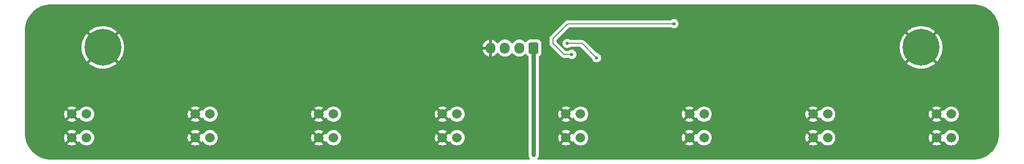
<source format=gbr>
%TF.GenerationSoftware,KiCad,Pcbnew,8.0.4*%
%TF.CreationDate,2025-01-27T21:26:07+00:00*%
%TF.ProjectId,Line Follower,4c696e65-2046-46f6-9c6c-6f7765722e6b,rev?*%
%TF.SameCoordinates,Original*%
%TF.FileFunction,Copper,L2,Bot*%
%TF.FilePolarity,Positive*%
%FSLAX46Y46*%
G04 Gerber Fmt 4.6, Leading zero omitted, Abs format (unit mm)*
G04 Created by KiCad (PCBNEW 8.0.4) date 2025-01-27 21:26:07*
%MOMM*%
%LPD*%
G01*
G04 APERTURE LIST*
G04 Aperture macros list*
%AMRoundRect*
0 Rectangle with rounded corners*
0 $1 Rounding radius*
0 $2 $3 $4 $5 $6 $7 $8 $9 X,Y pos of 4 corners*
0 Add a 4 corners polygon primitive as box body*
4,1,4,$2,$3,$4,$5,$6,$7,$8,$9,$2,$3,0*
0 Add four circle primitives for the rounded corners*
1,1,$1+$1,$2,$3*
1,1,$1+$1,$4,$5*
1,1,$1+$1,$6,$7*
1,1,$1+$1,$8,$9*
0 Add four rect primitives between the rounded corners*
20,1,$1+$1,$2,$3,$4,$5,0*
20,1,$1+$1,$4,$5,$6,$7,0*
20,1,$1+$1,$6,$7,$8,$9,0*
20,1,$1+$1,$8,$9,$2,$3,0*%
G04 Aperture macros list end*
%TA.AperFunction,ComponentPad*%
%ADD10C,1.665000*%
%TD*%
%TA.AperFunction,ComponentPad*%
%ADD11RoundRect,0.250000X0.600000X0.725000X-0.600000X0.725000X-0.600000X-0.725000X0.600000X-0.725000X0*%
%TD*%
%TA.AperFunction,ComponentPad*%
%ADD12O,1.700000X1.950000*%
%TD*%
%TA.AperFunction,ComponentPad*%
%ADD13C,0.800000*%
%TD*%
%TA.AperFunction,ComponentPad*%
%ADD14C,6.400000*%
%TD*%
%TA.AperFunction,ViaPad*%
%ADD15C,0.600000*%
%TD*%
%TA.AperFunction,Conductor*%
%ADD16C,0.200000*%
%TD*%
%TA.AperFunction,Conductor*%
%ADD17C,0.800000*%
%TD*%
G04 APERTURE END LIST*
D10*
%TO.P,LED1,1,K*%
%TO.N,GND*%
X73074287Y-96750000D03*
%TO.P,LED1,2,A*%
%TO.N,Net-(LED1-A)*%
X75614287Y-96750000D03*
%TO.P,LED1,3,E*%
%TO.N,/AIN0*%
X75614287Y-92650000D03*
%TO.P,LED1,4,C*%
%TO.N,GND*%
X73074287Y-92650000D03*
%TD*%
D11*
%TO.P,J1,1,Pin_1*%
%TO.N,+3.3V*%
X153200000Y-81150000D03*
D12*
%TO.P,J1,2,Pin_2*%
%TO.N,/SDA*%
X150700000Y-81150000D03*
%TO.P,J1,3,Pin_3*%
%TO.N,/SCL*%
X148200000Y-81150000D03*
%TO.P,J1,4,Pin_4*%
%TO.N,GND*%
X145700000Y-81150000D03*
%TD*%
D10*
%TO.P,LED4,1,K*%
%TO.N,GND*%
X137360000Y-96750000D03*
%TO.P,LED4,2,A*%
%TO.N,Net-(LED4-A)*%
X139900000Y-96750000D03*
%TO.P,LED4,3,E*%
%TO.N,/AIN3*%
X139900000Y-92650000D03*
%TO.P,LED4,4,C*%
%TO.N,GND*%
X137360000Y-92650000D03*
%TD*%
%TO.P,LED6,1,K*%
%TO.N,GND*%
X180217142Y-96750000D03*
%TO.P,LED6,2,A*%
%TO.N,Net-(LED6-A)*%
X182757142Y-96750000D03*
%TO.P,LED6,3,E*%
%TO.N,/AIN5*%
X182757142Y-92650000D03*
%TO.P,LED6,4,C*%
%TO.N,GND*%
X180217142Y-92650000D03*
%TD*%
%TO.P,LED8,1,K*%
%TO.N,GND*%
X223074287Y-96750000D03*
%TO.P,LED8,2,A*%
%TO.N,Net-(LED8-A)*%
X225614287Y-96750000D03*
%TO.P,LED8,3,E*%
%TO.N,/AIN7*%
X225614287Y-92650000D03*
%TO.P,LED8,4,C*%
%TO.N,GND*%
X223074287Y-92650000D03*
%TD*%
D13*
%TO.P,H2,1,1*%
%TO.N,GND*%
X218000000Y-81050000D03*
X218702944Y-79352944D03*
X218702944Y-82747056D03*
X220400000Y-78650000D03*
D14*
X220400000Y-81050000D03*
D13*
X220400000Y-83450000D03*
X222097056Y-79352944D03*
X222097056Y-82747056D03*
X222800000Y-81050000D03*
%TD*%
D10*
%TO.P,LED2,1,K*%
%TO.N,GND*%
X94502858Y-96750000D03*
%TO.P,LED2,2,A*%
%TO.N,Net-(LED2-A)*%
X97042858Y-96750000D03*
%TO.P,LED2,3,E*%
%TO.N,/AIN1*%
X97042858Y-92650000D03*
%TO.P,LED2,4,C*%
%TO.N,GND*%
X94502858Y-92650000D03*
%TD*%
%TO.P,LED7,1,K*%
%TO.N,GND*%
X201645713Y-96750000D03*
%TO.P,LED7,2,A*%
%TO.N,Net-(LED7-A)*%
X204185713Y-96750000D03*
%TO.P,LED7,3,E*%
%TO.N,/AIN6*%
X204185713Y-92650000D03*
%TO.P,LED7,4,C*%
%TO.N,GND*%
X201645713Y-92650000D03*
%TD*%
D13*
%TO.P,H1,1,1*%
%TO.N,GND*%
X76050000Y-81050000D03*
X76752944Y-79352944D03*
X76752944Y-82747056D03*
X78450000Y-78650000D03*
D14*
X78450000Y-81050000D03*
D13*
X78450000Y-83450000D03*
X80147056Y-79352944D03*
X80147056Y-82747056D03*
X80850000Y-81050000D03*
%TD*%
D10*
%TO.P,LED3,1,K*%
%TO.N,GND*%
X115931429Y-96750000D03*
%TO.P,LED3,2,A*%
%TO.N,Net-(LED3-A)*%
X118471429Y-96750000D03*
%TO.P,LED3,3,E*%
%TO.N,/AIN2*%
X118471429Y-92650000D03*
%TO.P,LED3,4,C*%
%TO.N,GND*%
X115931429Y-92650000D03*
%TD*%
%TO.P,LED5,1,K*%
%TO.N,GND*%
X158788571Y-96750000D03*
%TO.P,LED5,2,A*%
%TO.N,Net-(LED5-A)*%
X161328571Y-96750000D03*
%TO.P,LED5,3,E*%
%TO.N,/AIN4*%
X161328571Y-92650000D03*
%TO.P,LED5,4,C*%
%TO.N,GND*%
X158788571Y-92650000D03*
%TD*%
D15*
%TO.N,GND*%
X179900000Y-81450000D03*
X150750000Y-95250000D03*
X149600000Y-92850000D03*
X212600000Y-82825000D03*
X230100000Y-83925000D03*
X72375000Y-85925000D03*
X118700000Y-81950000D03*
X93700000Y-78475000D03*
X87025000Y-91525000D03*
X89950000Y-88600000D03*
X129975000Y-92250000D03*
X132925000Y-89100000D03*
X214450000Y-91725000D03*
X218025000Y-88675000D03*
X193525000Y-92250000D03*
X197000000Y-89200000D03*
X173050000Y-90925000D03*
X175475000Y-89400000D03*
X108175000Y-92550000D03*
X111825000Y-88000000D03*
X169350000Y-82925000D03*
%TO.N,Net-(JP1-A)*%
X177525000Y-76925000D03*
%TO.N,+3.3V*%
X153200000Y-99750000D03*
%TO.N,Net-(JP1-A)*%
X159800000Y-82250000D03*
%TO.N,GND*%
X162100000Y-82350000D03*
%TO.N,+3.3V*%
X159000000Y-80350000D03*
X164100000Y-82850000D03*
%TD*%
D16*
%TO.N,Net-(JP1-A)*%
X159100000Y-76925000D02*
X177525000Y-76925000D01*
X156525000Y-79500000D02*
X159100000Y-76925000D01*
X156525000Y-80300000D02*
X156525000Y-79500000D01*
X158475000Y-82250000D02*
X156525000Y-80300000D01*
X159800000Y-82250000D02*
X158475000Y-82250000D01*
D17*
%TO.N,+3.3V*%
X153200000Y-81150000D02*
X153200000Y-99750000D01*
D16*
X161600000Y-80350000D02*
X159000000Y-80350000D01*
X164100000Y-82850000D02*
X161600000Y-80350000D01*
%TD*%
%TA.AperFunction,Conductor*%
%TO.N,GND*%
G36*
X229452702Y-73550617D02*
G01*
X229836771Y-73567386D01*
X229847506Y-73568326D01*
X230225971Y-73618152D01*
X230236597Y-73620025D01*
X230609284Y-73702648D01*
X230619710Y-73705442D01*
X230983765Y-73820227D01*
X230993911Y-73823920D01*
X231346578Y-73970000D01*
X231356369Y-73974566D01*
X231694942Y-74150816D01*
X231704310Y-74156224D01*
X232026244Y-74361318D01*
X232035105Y-74367523D01*
X232337930Y-74599889D01*
X232346217Y-74606843D01*
X232627635Y-74864715D01*
X232635284Y-74872364D01*
X232893156Y-75153782D01*
X232900110Y-75162069D01*
X233132476Y-75464894D01*
X233138681Y-75473755D01*
X233343775Y-75795689D01*
X233349183Y-75805057D01*
X233525430Y-76143623D01*
X233530002Y-76153427D01*
X233676075Y-76506078D01*
X233679775Y-76516244D01*
X233794554Y-76880278D01*
X233797354Y-76890727D01*
X233879971Y-77263389D01*
X233881849Y-77274042D01*
X233931671Y-77652473D01*
X233932614Y-77663249D01*
X233949382Y-78047297D01*
X233949500Y-78052706D01*
X233949500Y-96047293D01*
X233949382Y-96052702D01*
X233932614Y-96436750D01*
X233931671Y-96447526D01*
X233881849Y-96825957D01*
X233879971Y-96836610D01*
X233797354Y-97209272D01*
X233794554Y-97219721D01*
X233679775Y-97583755D01*
X233676075Y-97593921D01*
X233530002Y-97946572D01*
X233525430Y-97956376D01*
X233349183Y-98294942D01*
X233343775Y-98304310D01*
X233138681Y-98626244D01*
X233132476Y-98635105D01*
X232900110Y-98937930D01*
X232893156Y-98946217D01*
X232635284Y-99227635D01*
X232627635Y-99235284D01*
X232346217Y-99493156D01*
X232337930Y-99500110D01*
X232035105Y-99732476D01*
X232026244Y-99738681D01*
X231704310Y-99943775D01*
X231694942Y-99949183D01*
X231356376Y-100125430D01*
X231346572Y-100130002D01*
X230993921Y-100276075D01*
X230983755Y-100279775D01*
X230619721Y-100394554D01*
X230609272Y-100397354D01*
X230236610Y-100479971D01*
X230225957Y-100481849D01*
X229847526Y-100531671D01*
X229836750Y-100532614D01*
X229452703Y-100549382D01*
X229447294Y-100549500D01*
X153973362Y-100549500D01*
X153906323Y-100529815D01*
X153860568Y-100477011D01*
X153850624Y-100407853D01*
X153879649Y-100344297D01*
X153885681Y-100337819D01*
X153899461Y-100324038D01*
X153899464Y-100324035D01*
X153998013Y-100176547D01*
X154065894Y-100012666D01*
X154079598Y-99943775D01*
X154100499Y-99838695D01*
X154100500Y-99838693D01*
X154100500Y-96749998D01*
X157450981Y-96749998D01*
X157450981Y-96750001D01*
X157471301Y-96982264D01*
X157471302Y-96982272D01*
X157531646Y-97207478D01*
X157531649Y-97207484D01*
X157630183Y-97418793D01*
X157630184Y-97418795D01*
X157686209Y-97498807D01*
X157686210Y-97498808D01*
X158260700Y-96924317D01*
X158271393Y-96964222D01*
X158344461Y-97090778D01*
X158447793Y-97194110D01*
X158574349Y-97267178D01*
X158614253Y-97277870D01*
X158039761Y-97852360D01*
X158119780Y-97908388D01*
X158331086Y-98006921D01*
X158331092Y-98006924D01*
X158556298Y-98067268D01*
X158556306Y-98067269D01*
X158788569Y-98087590D01*
X158788573Y-98087590D01*
X159020835Y-98067269D01*
X159020843Y-98067268D01*
X159246049Y-98006924D01*
X159246055Y-98006921D01*
X159457365Y-97908386D01*
X159537379Y-97852360D01*
X158962888Y-97277870D01*
X159002793Y-97267178D01*
X159129349Y-97194110D01*
X159232681Y-97090778D01*
X159305749Y-96964222D01*
X159316441Y-96924318D01*
X159890931Y-97498808D01*
X159946958Y-97418793D01*
X159949663Y-97414109D01*
X159951227Y-97415012D01*
X159992046Y-97368620D01*
X160059233Y-97349444D01*
X160126121Y-97369635D01*
X160165614Y-97415185D01*
X160167044Y-97414360D01*
X160169747Y-97419042D01*
X160169749Y-97419046D01*
X160303533Y-97610109D01*
X160468462Y-97775038D01*
X160659525Y-97908822D01*
X160740481Y-97946572D01*
X160870910Y-98007392D01*
X160870912Y-98007392D01*
X160870917Y-98007395D01*
X161096214Y-98067763D01*
X161282099Y-98084026D01*
X161328570Y-98088092D01*
X161328571Y-98088092D01*
X161328572Y-98088092D01*
X161367297Y-98084703D01*
X161560928Y-98067763D01*
X161786225Y-98007395D01*
X161997617Y-97908822D01*
X162188680Y-97775038D01*
X162353609Y-97610109D01*
X162487393Y-97419046D01*
X162585966Y-97207654D01*
X162646334Y-96982357D01*
X162666663Y-96750000D01*
X162666663Y-96749998D01*
X178879552Y-96749998D01*
X178879552Y-96750001D01*
X178899872Y-96982264D01*
X178899873Y-96982272D01*
X178960217Y-97207478D01*
X178960220Y-97207484D01*
X179058754Y-97418793D01*
X179058755Y-97418795D01*
X179114780Y-97498807D01*
X179114781Y-97498808D01*
X179689271Y-96924317D01*
X179699964Y-96964222D01*
X179773032Y-97090778D01*
X179876364Y-97194110D01*
X180002920Y-97267178D01*
X180042824Y-97277870D01*
X179468332Y-97852360D01*
X179548351Y-97908388D01*
X179759657Y-98006921D01*
X179759663Y-98006924D01*
X179984869Y-98067268D01*
X179984877Y-98067269D01*
X180217140Y-98087590D01*
X180217144Y-98087590D01*
X180449406Y-98067269D01*
X180449414Y-98067268D01*
X180674620Y-98006924D01*
X180674626Y-98006921D01*
X180885936Y-97908386D01*
X180965950Y-97852360D01*
X180391459Y-97277870D01*
X180431364Y-97267178D01*
X180557920Y-97194110D01*
X180661252Y-97090778D01*
X180734320Y-96964222D01*
X180745012Y-96924318D01*
X181319502Y-97498808D01*
X181375529Y-97418793D01*
X181378234Y-97414109D01*
X181379798Y-97415012D01*
X181420617Y-97368620D01*
X181487804Y-97349444D01*
X181554692Y-97369635D01*
X181594185Y-97415185D01*
X181595615Y-97414360D01*
X181598318Y-97419042D01*
X181598320Y-97419046D01*
X181732104Y-97610109D01*
X181897033Y-97775038D01*
X182088096Y-97908822D01*
X182169052Y-97946572D01*
X182299481Y-98007392D01*
X182299483Y-98007392D01*
X182299488Y-98007395D01*
X182524785Y-98067763D01*
X182710670Y-98084026D01*
X182757141Y-98088092D01*
X182757142Y-98088092D01*
X182757143Y-98088092D01*
X182795868Y-98084703D01*
X182989499Y-98067763D01*
X183214796Y-98007395D01*
X183426188Y-97908822D01*
X183617251Y-97775038D01*
X183782180Y-97610109D01*
X183915964Y-97419046D01*
X184014537Y-97207654D01*
X184074905Y-96982357D01*
X184095234Y-96750000D01*
X184095234Y-96749998D01*
X200308123Y-96749998D01*
X200308123Y-96750001D01*
X200328443Y-96982264D01*
X200328444Y-96982272D01*
X200388788Y-97207478D01*
X200388791Y-97207484D01*
X200487325Y-97418793D01*
X200487326Y-97418795D01*
X200543351Y-97498807D01*
X200543352Y-97498808D01*
X201117842Y-96924317D01*
X201128535Y-96964222D01*
X201201603Y-97090778D01*
X201304935Y-97194110D01*
X201431491Y-97267178D01*
X201471395Y-97277870D01*
X200896903Y-97852360D01*
X200976922Y-97908388D01*
X201188228Y-98006921D01*
X201188234Y-98006924D01*
X201413440Y-98067268D01*
X201413448Y-98067269D01*
X201645711Y-98087590D01*
X201645715Y-98087590D01*
X201877977Y-98067269D01*
X201877985Y-98067268D01*
X202103191Y-98006924D01*
X202103197Y-98006921D01*
X202314507Y-97908386D01*
X202394521Y-97852360D01*
X201820030Y-97277870D01*
X201859935Y-97267178D01*
X201986491Y-97194110D01*
X202089823Y-97090778D01*
X202162891Y-96964222D01*
X202173583Y-96924318D01*
X202748073Y-97498808D01*
X202804100Y-97418793D01*
X202806805Y-97414109D01*
X202808369Y-97415012D01*
X202849188Y-97368620D01*
X202916375Y-97349444D01*
X202983263Y-97369635D01*
X203022756Y-97415185D01*
X203024186Y-97414360D01*
X203026889Y-97419042D01*
X203026891Y-97419046D01*
X203160675Y-97610109D01*
X203325604Y-97775038D01*
X203516667Y-97908822D01*
X203597623Y-97946572D01*
X203728052Y-98007392D01*
X203728054Y-98007392D01*
X203728059Y-98007395D01*
X203953356Y-98067763D01*
X204139241Y-98084026D01*
X204185712Y-98088092D01*
X204185713Y-98088092D01*
X204185714Y-98088092D01*
X204224439Y-98084703D01*
X204418070Y-98067763D01*
X204643367Y-98007395D01*
X204854759Y-97908822D01*
X205045822Y-97775038D01*
X205210751Y-97610109D01*
X205344535Y-97419046D01*
X205443108Y-97207654D01*
X205503476Y-96982357D01*
X205523805Y-96750000D01*
X205523805Y-96749998D01*
X221736697Y-96749998D01*
X221736697Y-96750001D01*
X221757017Y-96982264D01*
X221757018Y-96982272D01*
X221817362Y-97207478D01*
X221817365Y-97207484D01*
X221915899Y-97418793D01*
X221915900Y-97418795D01*
X221971925Y-97498807D01*
X221971926Y-97498808D01*
X222546416Y-96924317D01*
X222557109Y-96964222D01*
X222630177Y-97090778D01*
X222733509Y-97194110D01*
X222860065Y-97267178D01*
X222899969Y-97277870D01*
X222325477Y-97852360D01*
X222405496Y-97908388D01*
X222616802Y-98006921D01*
X222616808Y-98006924D01*
X222842014Y-98067268D01*
X222842022Y-98067269D01*
X223074285Y-98087590D01*
X223074289Y-98087590D01*
X223306551Y-98067269D01*
X223306559Y-98067268D01*
X223531765Y-98006924D01*
X223531771Y-98006921D01*
X223743081Y-97908386D01*
X223823095Y-97852360D01*
X223248604Y-97277870D01*
X223288509Y-97267178D01*
X223415065Y-97194110D01*
X223518397Y-97090778D01*
X223591465Y-96964222D01*
X223602157Y-96924318D01*
X224176647Y-97498808D01*
X224232674Y-97418793D01*
X224235379Y-97414109D01*
X224236943Y-97415012D01*
X224277762Y-97368620D01*
X224344949Y-97349444D01*
X224411837Y-97369635D01*
X224451330Y-97415185D01*
X224452760Y-97414360D01*
X224455463Y-97419042D01*
X224455465Y-97419046D01*
X224589249Y-97610109D01*
X224754178Y-97775038D01*
X224945241Y-97908822D01*
X225026197Y-97946572D01*
X225156626Y-98007392D01*
X225156628Y-98007392D01*
X225156633Y-98007395D01*
X225381930Y-98067763D01*
X225567815Y-98084026D01*
X225614286Y-98088092D01*
X225614287Y-98088092D01*
X225614288Y-98088092D01*
X225653013Y-98084703D01*
X225846644Y-98067763D01*
X226071941Y-98007395D01*
X226283333Y-97908822D01*
X226474396Y-97775038D01*
X226639325Y-97610109D01*
X226773109Y-97419046D01*
X226871682Y-97207654D01*
X226932050Y-96982357D01*
X226952379Y-96750000D01*
X226932050Y-96517643D01*
X226871682Y-96292346D01*
X226773109Y-96080954D01*
X226639325Y-95889891D01*
X226474396Y-95724962D01*
X226283333Y-95591178D01*
X226283329Y-95591176D01*
X226071947Y-95492607D01*
X226071933Y-95492602D01*
X225846649Y-95432238D01*
X225846639Y-95432236D01*
X225614288Y-95411908D01*
X225614286Y-95411908D01*
X225381934Y-95432236D01*
X225381924Y-95432238D01*
X225156640Y-95492602D01*
X225156626Y-95492607D01*
X224945244Y-95591176D01*
X224945242Y-95591177D01*
X224944618Y-95591614D01*
X224754178Y-95724962D01*
X224754176Y-95724963D01*
X224754173Y-95724966D01*
X224589253Y-95889886D01*
X224589250Y-95889889D01*
X224589249Y-95889891D01*
X224511316Y-96001190D01*
X224455464Y-96080955D01*
X224452760Y-96085640D01*
X224451279Y-96084785D01*
X224410183Y-96131426D01*
X224342983Y-96150555D01*
X224276109Y-96130315D01*
X224236887Y-96085026D01*
X224235382Y-96085896D01*
X224232677Y-96081212D01*
X224176646Y-96001190D01*
X223602156Y-96575681D01*
X223591465Y-96535778D01*
X223518397Y-96409222D01*
X223415065Y-96305890D01*
X223288509Y-96232822D01*
X223248604Y-96222129D01*
X223823095Y-95647639D01*
X223823094Y-95647638D01*
X223743082Y-95591613D01*
X223743080Y-95591612D01*
X223531771Y-95493078D01*
X223531765Y-95493075D01*
X223306559Y-95432731D01*
X223306551Y-95432730D01*
X223074289Y-95412410D01*
X223074285Y-95412410D01*
X222842022Y-95432730D01*
X222842014Y-95432731D01*
X222616808Y-95493075D01*
X222616802Y-95493078D01*
X222405489Y-95591614D01*
X222325477Y-95647637D01*
X222899969Y-96222129D01*
X222860065Y-96232822D01*
X222733509Y-96305890D01*
X222630177Y-96409222D01*
X222557109Y-96535778D01*
X222546416Y-96575682D01*
X221971924Y-96001190D01*
X221915901Y-96081202D01*
X221817365Y-96292515D01*
X221817362Y-96292521D01*
X221757018Y-96517727D01*
X221757017Y-96517735D01*
X221736697Y-96749998D01*
X205523805Y-96749998D01*
X205503476Y-96517643D01*
X205443108Y-96292346D01*
X205344535Y-96080954D01*
X205210751Y-95889891D01*
X205045822Y-95724962D01*
X204854759Y-95591178D01*
X204854755Y-95591176D01*
X204643373Y-95492607D01*
X204643359Y-95492602D01*
X204418075Y-95432238D01*
X204418065Y-95432236D01*
X204185714Y-95411908D01*
X204185712Y-95411908D01*
X203953360Y-95432236D01*
X203953350Y-95432238D01*
X203728066Y-95492602D01*
X203728052Y-95492607D01*
X203516670Y-95591176D01*
X203516668Y-95591177D01*
X203516044Y-95591614D01*
X203325604Y-95724962D01*
X203325602Y-95724963D01*
X203325599Y-95724966D01*
X203160679Y-95889886D01*
X203160676Y-95889889D01*
X203160675Y-95889891D01*
X203082742Y-96001190D01*
X203026890Y-96080955D01*
X203024186Y-96085640D01*
X203022705Y-96084785D01*
X202981609Y-96131426D01*
X202914409Y-96150555D01*
X202847535Y-96130315D01*
X202808313Y-96085026D01*
X202806808Y-96085896D01*
X202804103Y-96081212D01*
X202748072Y-96001190D01*
X202173582Y-96575681D01*
X202162891Y-96535778D01*
X202089823Y-96409222D01*
X201986491Y-96305890D01*
X201859935Y-96232822D01*
X201820030Y-96222129D01*
X202394521Y-95647639D01*
X202394520Y-95647638D01*
X202314508Y-95591613D01*
X202314506Y-95591612D01*
X202103197Y-95493078D01*
X202103191Y-95493075D01*
X201877985Y-95432731D01*
X201877977Y-95432730D01*
X201645715Y-95412410D01*
X201645711Y-95412410D01*
X201413448Y-95432730D01*
X201413440Y-95432731D01*
X201188234Y-95493075D01*
X201188228Y-95493078D01*
X200976915Y-95591614D01*
X200896903Y-95647637D01*
X201471395Y-96222129D01*
X201431491Y-96232822D01*
X201304935Y-96305890D01*
X201201603Y-96409222D01*
X201128535Y-96535778D01*
X201117842Y-96575682D01*
X200543350Y-96001190D01*
X200487327Y-96081202D01*
X200388791Y-96292515D01*
X200388788Y-96292521D01*
X200328444Y-96517727D01*
X200328443Y-96517735D01*
X200308123Y-96749998D01*
X184095234Y-96749998D01*
X184074905Y-96517643D01*
X184014537Y-96292346D01*
X183915964Y-96080954D01*
X183782180Y-95889891D01*
X183617251Y-95724962D01*
X183426188Y-95591178D01*
X183426184Y-95591176D01*
X183214802Y-95492607D01*
X183214788Y-95492602D01*
X182989504Y-95432238D01*
X182989494Y-95432236D01*
X182757143Y-95411908D01*
X182757141Y-95411908D01*
X182524789Y-95432236D01*
X182524779Y-95432238D01*
X182299495Y-95492602D01*
X182299481Y-95492607D01*
X182088099Y-95591176D01*
X182088097Y-95591177D01*
X182087473Y-95591614D01*
X181897033Y-95724962D01*
X181897031Y-95724963D01*
X181897028Y-95724966D01*
X181732108Y-95889886D01*
X181732105Y-95889889D01*
X181732104Y-95889891D01*
X181654171Y-96001190D01*
X181598319Y-96080955D01*
X181595615Y-96085640D01*
X181594134Y-96084785D01*
X181553038Y-96131426D01*
X181485838Y-96150555D01*
X181418964Y-96130315D01*
X181379742Y-96085026D01*
X181378237Y-96085896D01*
X181375532Y-96081212D01*
X181319501Y-96001190D01*
X180745011Y-96575681D01*
X180734320Y-96535778D01*
X180661252Y-96409222D01*
X180557920Y-96305890D01*
X180431364Y-96232822D01*
X180391459Y-96222129D01*
X180965950Y-95647639D01*
X180965949Y-95647638D01*
X180885937Y-95591613D01*
X180885935Y-95591612D01*
X180674626Y-95493078D01*
X180674620Y-95493075D01*
X180449414Y-95432731D01*
X180449406Y-95432730D01*
X180217144Y-95412410D01*
X180217140Y-95412410D01*
X179984877Y-95432730D01*
X179984869Y-95432731D01*
X179759663Y-95493075D01*
X179759657Y-95493078D01*
X179548344Y-95591614D01*
X179468332Y-95647637D01*
X180042824Y-96222129D01*
X180002920Y-96232822D01*
X179876364Y-96305890D01*
X179773032Y-96409222D01*
X179699964Y-96535778D01*
X179689271Y-96575681D01*
X179114780Y-96001190D01*
X179114779Y-96001190D01*
X179058756Y-96081202D01*
X178960220Y-96292515D01*
X178960217Y-96292521D01*
X178899873Y-96517727D01*
X178899872Y-96517735D01*
X178879552Y-96749998D01*
X162666663Y-96749998D01*
X162646334Y-96517643D01*
X162585966Y-96292346D01*
X162487393Y-96080954D01*
X162353609Y-95889891D01*
X162188680Y-95724962D01*
X161997617Y-95591178D01*
X161997613Y-95591176D01*
X161786231Y-95492607D01*
X161786217Y-95492602D01*
X161560933Y-95432238D01*
X161560923Y-95432236D01*
X161328572Y-95411908D01*
X161328570Y-95411908D01*
X161096218Y-95432236D01*
X161096208Y-95432238D01*
X160870924Y-95492602D01*
X160870910Y-95492607D01*
X160659528Y-95591176D01*
X160659526Y-95591177D01*
X160658902Y-95591614D01*
X160468462Y-95724962D01*
X160468460Y-95724963D01*
X160468457Y-95724966D01*
X160303537Y-95889886D01*
X160303534Y-95889889D01*
X160303533Y-95889891D01*
X160225600Y-96001190D01*
X160169748Y-96080955D01*
X160167044Y-96085640D01*
X160165563Y-96084785D01*
X160124467Y-96131426D01*
X160057267Y-96150555D01*
X159990393Y-96130315D01*
X159951171Y-96085026D01*
X159949666Y-96085896D01*
X159946961Y-96081212D01*
X159890930Y-96001190D01*
X159316440Y-96575681D01*
X159305749Y-96535778D01*
X159232681Y-96409222D01*
X159129349Y-96305890D01*
X159002793Y-96232822D01*
X158962888Y-96222129D01*
X159537379Y-95647639D01*
X159537378Y-95647638D01*
X159457366Y-95591613D01*
X159457364Y-95591612D01*
X159246055Y-95493078D01*
X159246049Y-95493075D01*
X159020843Y-95432731D01*
X159020835Y-95432730D01*
X158788573Y-95412410D01*
X158788569Y-95412410D01*
X158556306Y-95432730D01*
X158556298Y-95432731D01*
X158331092Y-95493075D01*
X158331086Y-95493078D01*
X158119773Y-95591614D01*
X158039761Y-95647637D01*
X158614253Y-96222129D01*
X158574349Y-96232822D01*
X158447793Y-96305890D01*
X158344461Y-96409222D01*
X158271393Y-96535778D01*
X158260700Y-96575681D01*
X157686209Y-96001190D01*
X157686208Y-96001190D01*
X157630185Y-96081202D01*
X157531649Y-96292515D01*
X157531646Y-96292521D01*
X157471302Y-96517727D01*
X157471301Y-96517735D01*
X157450981Y-96749998D01*
X154100500Y-96749998D01*
X154100500Y-92649998D01*
X157450981Y-92649998D01*
X157450981Y-92650001D01*
X157471301Y-92882264D01*
X157471302Y-92882272D01*
X157531646Y-93107478D01*
X157531649Y-93107484D01*
X157630183Y-93318793D01*
X157630184Y-93318795D01*
X157686209Y-93398807D01*
X157686210Y-93398808D01*
X158260700Y-92824317D01*
X158271393Y-92864222D01*
X158344461Y-92990778D01*
X158447793Y-93094110D01*
X158574349Y-93167178D01*
X158614253Y-93177870D01*
X158039761Y-93752360D01*
X158119780Y-93808388D01*
X158331086Y-93906921D01*
X158331092Y-93906924D01*
X158556298Y-93967268D01*
X158556306Y-93967269D01*
X158788569Y-93987590D01*
X158788573Y-93987590D01*
X159020835Y-93967269D01*
X159020843Y-93967268D01*
X159246049Y-93906924D01*
X159246055Y-93906921D01*
X159457365Y-93808386D01*
X159537379Y-93752360D01*
X158962888Y-93177870D01*
X159002793Y-93167178D01*
X159129349Y-93094110D01*
X159232681Y-92990778D01*
X159305749Y-92864222D01*
X159316441Y-92824318D01*
X159890931Y-93398808D01*
X159946958Y-93318793D01*
X159949663Y-93314109D01*
X159951227Y-93315012D01*
X159992046Y-93268620D01*
X160059233Y-93249444D01*
X160126121Y-93269635D01*
X160165614Y-93315185D01*
X160167044Y-93314360D01*
X160169747Y-93319042D01*
X160169749Y-93319046D01*
X160303533Y-93510109D01*
X160468462Y-93675038D01*
X160659525Y-93808822D01*
X160786703Y-93868126D01*
X160870910Y-93907392D01*
X160870912Y-93907392D01*
X160870917Y-93907395D01*
X161096214Y-93967763D01*
X161282099Y-93984026D01*
X161328570Y-93988092D01*
X161328571Y-93988092D01*
X161328572Y-93988092D01*
X161367297Y-93984703D01*
X161560928Y-93967763D01*
X161786225Y-93907395D01*
X161997617Y-93808822D01*
X162188680Y-93675038D01*
X162353609Y-93510109D01*
X162487393Y-93319046D01*
X162585966Y-93107654D01*
X162646334Y-92882357D01*
X162666663Y-92650000D01*
X162666663Y-92649998D01*
X178879552Y-92649998D01*
X178879552Y-92650001D01*
X178899872Y-92882264D01*
X178899873Y-92882272D01*
X178960217Y-93107478D01*
X178960220Y-93107484D01*
X179058754Y-93318793D01*
X179058755Y-93318795D01*
X179114780Y-93398807D01*
X179114781Y-93398808D01*
X179689271Y-92824317D01*
X179699964Y-92864222D01*
X179773032Y-92990778D01*
X179876364Y-93094110D01*
X180002920Y-93167178D01*
X180042824Y-93177870D01*
X179468332Y-93752360D01*
X179548351Y-93808388D01*
X179759657Y-93906921D01*
X179759663Y-93906924D01*
X179984869Y-93967268D01*
X179984877Y-93967269D01*
X180217140Y-93987590D01*
X180217144Y-93987590D01*
X180449406Y-93967269D01*
X180449414Y-93967268D01*
X180674620Y-93906924D01*
X180674626Y-93906921D01*
X180885936Y-93808386D01*
X180965950Y-93752360D01*
X180391459Y-93177870D01*
X180431364Y-93167178D01*
X180557920Y-93094110D01*
X180661252Y-92990778D01*
X180734320Y-92864222D01*
X180745012Y-92824318D01*
X181319502Y-93398808D01*
X181375529Y-93318793D01*
X181378234Y-93314109D01*
X181379798Y-93315012D01*
X181420617Y-93268620D01*
X181487804Y-93249444D01*
X181554692Y-93269635D01*
X181594185Y-93315185D01*
X181595615Y-93314360D01*
X181598318Y-93319042D01*
X181598320Y-93319046D01*
X181732104Y-93510109D01*
X181897033Y-93675038D01*
X182088096Y-93808822D01*
X182215274Y-93868126D01*
X182299481Y-93907392D01*
X182299483Y-93907392D01*
X182299488Y-93907395D01*
X182524785Y-93967763D01*
X182710670Y-93984026D01*
X182757141Y-93988092D01*
X182757142Y-93988092D01*
X182757143Y-93988092D01*
X182795868Y-93984703D01*
X182989499Y-93967763D01*
X183214796Y-93907395D01*
X183426188Y-93808822D01*
X183617251Y-93675038D01*
X183782180Y-93510109D01*
X183915964Y-93319046D01*
X184014537Y-93107654D01*
X184074905Y-92882357D01*
X184095234Y-92650000D01*
X184095234Y-92649998D01*
X200308123Y-92649998D01*
X200308123Y-92650001D01*
X200328443Y-92882264D01*
X200328444Y-92882272D01*
X200388788Y-93107478D01*
X200388791Y-93107484D01*
X200487325Y-93318793D01*
X200487326Y-93318795D01*
X200543351Y-93398807D01*
X200543352Y-93398808D01*
X201117842Y-92824317D01*
X201128535Y-92864222D01*
X201201603Y-92990778D01*
X201304935Y-93094110D01*
X201431491Y-93167178D01*
X201471395Y-93177870D01*
X200896903Y-93752360D01*
X200976922Y-93808388D01*
X201188228Y-93906921D01*
X201188234Y-93906924D01*
X201413440Y-93967268D01*
X201413448Y-93967269D01*
X201645711Y-93987590D01*
X201645715Y-93987590D01*
X201877977Y-93967269D01*
X201877985Y-93967268D01*
X202103191Y-93906924D01*
X202103197Y-93906921D01*
X202314507Y-93808386D01*
X202394521Y-93752360D01*
X201820030Y-93177870D01*
X201859935Y-93167178D01*
X201986491Y-93094110D01*
X202089823Y-92990778D01*
X202162891Y-92864222D01*
X202173583Y-92824318D01*
X202748073Y-93398808D01*
X202804100Y-93318793D01*
X202806805Y-93314109D01*
X202808369Y-93315012D01*
X202849188Y-93268620D01*
X202916375Y-93249444D01*
X202983263Y-93269635D01*
X203022756Y-93315185D01*
X203024186Y-93314360D01*
X203026889Y-93319042D01*
X203026891Y-93319046D01*
X203160675Y-93510109D01*
X203325604Y-93675038D01*
X203516667Y-93808822D01*
X203643845Y-93868126D01*
X203728052Y-93907392D01*
X203728054Y-93907392D01*
X203728059Y-93907395D01*
X203953356Y-93967763D01*
X204139241Y-93984026D01*
X204185712Y-93988092D01*
X204185713Y-93988092D01*
X204185714Y-93988092D01*
X204224439Y-93984703D01*
X204418070Y-93967763D01*
X204643367Y-93907395D01*
X204854759Y-93808822D01*
X205045822Y-93675038D01*
X205210751Y-93510109D01*
X205344535Y-93319046D01*
X205443108Y-93107654D01*
X205503476Y-92882357D01*
X205523805Y-92650000D01*
X205523805Y-92649998D01*
X221736697Y-92649998D01*
X221736697Y-92650001D01*
X221757017Y-92882264D01*
X221757018Y-92882272D01*
X221817362Y-93107478D01*
X221817365Y-93107484D01*
X221915899Y-93318793D01*
X221915900Y-93318795D01*
X221971925Y-93398807D01*
X221971926Y-93398808D01*
X222546416Y-92824317D01*
X222557109Y-92864222D01*
X222630177Y-92990778D01*
X222733509Y-93094110D01*
X222860065Y-93167178D01*
X222899969Y-93177870D01*
X222325477Y-93752360D01*
X222405496Y-93808388D01*
X222616802Y-93906921D01*
X222616808Y-93906924D01*
X222842014Y-93967268D01*
X222842022Y-93967269D01*
X223074285Y-93987590D01*
X223074289Y-93987590D01*
X223306551Y-93967269D01*
X223306559Y-93967268D01*
X223531765Y-93906924D01*
X223531771Y-93906921D01*
X223743081Y-93808386D01*
X223823095Y-93752360D01*
X223248604Y-93177870D01*
X223288509Y-93167178D01*
X223415065Y-93094110D01*
X223518397Y-92990778D01*
X223591465Y-92864222D01*
X223602157Y-92824318D01*
X224176647Y-93398808D01*
X224232674Y-93318793D01*
X224235379Y-93314109D01*
X224236943Y-93315012D01*
X224277762Y-93268620D01*
X224344949Y-93249444D01*
X224411837Y-93269635D01*
X224451330Y-93315185D01*
X224452760Y-93314360D01*
X224455463Y-93319042D01*
X224455465Y-93319046D01*
X224589249Y-93510109D01*
X224754178Y-93675038D01*
X224945241Y-93808822D01*
X225072419Y-93868126D01*
X225156626Y-93907392D01*
X225156628Y-93907392D01*
X225156633Y-93907395D01*
X225381930Y-93967763D01*
X225567815Y-93984026D01*
X225614286Y-93988092D01*
X225614287Y-93988092D01*
X225614288Y-93988092D01*
X225653013Y-93984703D01*
X225846644Y-93967763D01*
X226071941Y-93907395D01*
X226283333Y-93808822D01*
X226474396Y-93675038D01*
X226639325Y-93510109D01*
X226773109Y-93319046D01*
X226871682Y-93107654D01*
X226932050Y-92882357D01*
X226952379Y-92650000D01*
X226932050Y-92417643D01*
X226871682Y-92192346D01*
X226773109Y-91980954D01*
X226639325Y-91789891D01*
X226474396Y-91624962D01*
X226283333Y-91491178D01*
X226283329Y-91491176D01*
X226071947Y-91392607D01*
X226071933Y-91392602D01*
X225846649Y-91332238D01*
X225846639Y-91332236D01*
X225614288Y-91311908D01*
X225614286Y-91311908D01*
X225381934Y-91332236D01*
X225381924Y-91332238D01*
X225156640Y-91392602D01*
X225156626Y-91392607D01*
X224945244Y-91491176D01*
X224945242Y-91491177D01*
X224944618Y-91491614D01*
X224754178Y-91624962D01*
X224754176Y-91624963D01*
X224754173Y-91624966D01*
X224589253Y-91789886D01*
X224455464Y-91980955D01*
X224452760Y-91985640D01*
X224451279Y-91984785D01*
X224410183Y-92031426D01*
X224342983Y-92050555D01*
X224276109Y-92030315D01*
X224236887Y-91985026D01*
X224235382Y-91985896D01*
X224232677Y-91981212D01*
X224176646Y-91901190D01*
X223602156Y-92475681D01*
X223591465Y-92435778D01*
X223518397Y-92309222D01*
X223415065Y-92205890D01*
X223288509Y-92132822D01*
X223248604Y-92122129D01*
X223823095Y-91547639D01*
X223823094Y-91547638D01*
X223743082Y-91491613D01*
X223743080Y-91491612D01*
X223531771Y-91393078D01*
X223531765Y-91393075D01*
X223306559Y-91332731D01*
X223306551Y-91332730D01*
X223074289Y-91312410D01*
X223074285Y-91312410D01*
X222842022Y-91332730D01*
X222842014Y-91332731D01*
X222616808Y-91393075D01*
X222616802Y-91393078D01*
X222405489Y-91491614D01*
X222325477Y-91547637D01*
X222899969Y-92122129D01*
X222860065Y-92132822D01*
X222733509Y-92205890D01*
X222630177Y-92309222D01*
X222557109Y-92435778D01*
X222546416Y-92475682D01*
X221971924Y-91901190D01*
X221915901Y-91981202D01*
X221817365Y-92192515D01*
X221817362Y-92192521D01*
X221757018Y-92417727D01*
X221757017Y-92417735D01*
X221736697Y-92649998D01*
X205523805Y-92649998D01*
X205503476Y-92417643D01*
X205443108Y-92192346D01*
X205344535Y-91980954D01*
X205210751Y-91789891D01*
X205045822Y-91624962D01*
X204854759Y-91491178D01*
X204854755Y-91491176D01*
X204643373Y-91392607D01*
X204643359Y-91392602D01*
X204418075Y-91332238D01*
X204418065Y-91332236D01*
X204185714Y-91311908D01*
X204185712Y-91311908D01*
X203953360Y-91332236D01*
X203953350Y-91332238D01*
X203728066Y-91392602D01*
X203728052Y-91392607D01*
X203516670Y-91491176D01*
X203516668Y-91491177D01*
X203516044Y-91491614D01*
X203325604Y-91624962D01*
X203325602Y-91624963D01*
X203325599Y-91624966D01*
X203160679Y-91789886D01*
X203026890Y-91980955D01*
X203024186Y-91985640D01*
X203022705Y-91984785D01*
X202981609Y-92031426D01*
X202914409Y-92050555D01*
X202847535Y-92030315D01*
X202808313Y-91985026D01*
X202806808Y-91985896D01*
X202804103Y-91981212D01*
X202748072Y-91901190D01*
X202173582Y-92475681D01*
X202162891Y-92435778D01*
X202089823Y-92309222D01*
X201986491Y-92205890D01*
X201859935Y-92132822D01*
X201820030Y-92122129D01*
X202394521Y-91547639D01*
X202394520Y-91547638D01*
X202314508Y-91491613D01*
X202314506Y-91491612D01*
X202103197Y-91393078D01*
X202103191Y-91393075D01*
X201877985Y-91332731D01*
X201877977Y-91332730D01*
X201645715Y-91312410D01*
X201645711Y-91312410D01*
X201413448Y-91332730D01*
X201413440Y-91332731D01*
X201188234Y-91393075D01*
X201188228Y-91393078D01*
X200976915Y-91491614D01*
X200896903Y-91547637D01*
X201471395Y-92122129D01*
X201431491Y-92132822D01*
X201304935Y-92205890D01*
X201201603Y-92309222D01*
X201128535Y-92435778D01*
X201117842Y-92475682D01*
X200543350Y-91901190D01*
X200487327Y-91981202D01*
X200388791Y-92192515D01*
X200388788Y-92192521D01*
X200328444Y-92417727D01*
X200328443Y-92417735D01*
X200308123Y-92649998D01*
X184095234Y-92649998D01*
X184074905Y-92417643D01*
X184014537Y-92192346D01*
X183915964Y-91980954D01*
X183782180Y-91789891D01*
X183617251Y-91624962D01*
X183426188Y-91491178D01*
X183426184Y-91491176D01*
X183214802Y-91392607D01*
X183214788Y-91392602D01*
X182989504Y-91332238D01*
X182989494Y-91332236D01*
X182757143Y-91311908D01*
X182757141Y-91311908D01*
X182524789Y-91332236D01*
X182524779Y-91332238D01*
X182299495Y-91392602D01*
X182299481Y-91392607D01*
X182088099Y-91491176D01*
X182088097Y-91491177D01*
X182087473Y-91491614D01*
X181897033Y-91624962D01*
X181897031Y-91624963D01*
X181897028Y-91624966D01*
X181732108Y-91789886D01*
X181598319Y-91980955D01*
X181595615Y-91985640D01*
X181594134Y-91984785D01*
X181553038Y-92031426D01*
X181485838Y-92050555D01*
X181418964Y-92030315D01*
X181379742Y-91985026D01*
X181378237Y-91985896D01*
X181375532Y-91981212D01*
X181319501Y-91901190D01*
X180745011Y-92475681D01*
X180734320Y-92435778D01*
X180661252Y-92309222D01*
X180557920Y-92205890D01*
X180431364Y-92132822D01*
X180391459Y-92122129D01*
X180965950Y-91547639D01*
X180965949Y-91547638D01*
X180885937Y-91491613D01*
X180885935Y-91491612D01*
X180674626Y-91393078D01*
X180674620Y-91393075D01*
X180449414Y-91332731D01*
X180449406Y-91332730D01*
X180217144Y-91312410D01*
X180217140Y-91312410D01*
X179984877Y-91332730D01*
X179984869Y-91332731D01*
X179759663Y-91393075D01*
X179759657Y-91393078D01*
X179548344Y-91491614D01*
X179468332Y-91547637D01*
X180042824Y-92122129D01*
X180002920Y-92132822D01*
X179876364Y-92205890D01*
X179773032Y-92309222D01*
X179699964Y-92435778D01*
X179689271Y-92475681D01*
X179114780Y-91901190D01*
X179114779Y-91901190D01*
X179058756Y-91981202D01*
X178960220Y-92192515D01*
X178960217Y-92192521D01*
X178899873Y-92417727D01*
X178899872Y-92417735D01*
X178879552Y-92649998D01*
X162666663Y-92649998D01*
X162646334Y-92417643D01*
X162585966Y-92192346D01*
X162487393Y-91980954D01*
X162353609Y-91789891D01*
X162188680Y-91624962D01*
X161997617Y-91491178D01*
X161997613Y-91491176D01*
X161786231Y-91392607D01*
X161786217Y-91392602D01*
X161560933Y-91332238D01*
X161560923Y-91332236D01*
X161328572Y-91311908D01*
X161328570Y-91311908D01*
X161096218Y-91332236D01*
X161096208Y-91332238D01*
X160870924Y-91392602D01*
X160870910Y-91392607D01*
X160659528Y-91491176D01*
X160659526Y-91491177D01*
X160658902Y-91491614D01*
X160468462Y-91624962D01*
X160468460Y-91624963D01*
X160468457Y-91624966D01*
X160303537Y-91789886D01*
X160169748Y-91980955D01*
X160167044Y-91985640D01*
X160165563Y-91984785D01*
X160124467Y-92031426D01*
X160057267Y-92050555D01*
X159990393Y-92030315D01*
X159951171Y-91985026D01*
X159949666Y-91985896D01*
X159946961Y-91981212D01*
X159890930Y-91901190D01*
X159316440Y-92475681D01*
X159305749Y-92435778D01*
X159232681Y-92309222D01*
X159129349Y-92205890D01*
X159002793Y-92132822D01*
X158962888Y-92122129D01*
X159537379Y-91547639D01*
X159537378Y-91547638D01*
X159457366Y-91491613D01*
X159457364Y-91491612D01*
X159246055Y-91393078D01*
X159246049Y-91393075D01*
X159020843Y-91332731D01*
X159020835Y-91332730D01*
X158788573Y-91312410D01*
X158788569Y-91312410D01*
X158556306Y-91332730D01*
X158556298Y-91332731D01*
X158331092Y-91393075D01*
X158331086Y-91393078D01*
X158119773Y-91491614D01*
X158039761Y-91547637D01*
X158614253Y-92122129D01*
X158574349Y-92132822D01*
X158447793Y-92205890D01*
X158344461Y-92309222D01*
X158271393Y-92435778D01*
X158260700Y-92475681D01*
X157686209Y-91901190D01*
X157686208Y-91901190D01*
X157630185Y-91981202D01*
X157531649Y-92192515D01*
X157531646Y-92192521D01*
X157471302Y-92417727D01*
X157471301Y-92417735D01*
X157450981Y-92649998D01*
X154100500Y-92649998D01*
X154100500Y-82640638D01*
X154120185Y-82573599D01*
X154159401Y-82535100D01*
X154268656Y-82467712D01*
X154392712Y-82343656D01*
X154484814Y-82194334D01*
X154539999Y-82027797D01*
X154550500Y-81925009D01*
X154550499Y-80379054D01*
X155924498Y-80379054D01*
X155965423Y-80531785D01*
X155990929Y-80575961D01*
X155990930Y-80575965D01*
X155990931Y-80575965D01*
X156044479Y-80668714D01*
X156044481Y-80668717D01*
X156163349Y-80787585D01*
X156163355Y-80787590D01*
X157990139Y-82614374D01*
X157990149Y-82614385D01*
X157994479Y-82618715D01*
X157994480Y-82618716D01*
X158106284Y-82730520D01*
X158106286Y-82730521D01*
X158106290Y-82730524D01*
X158243209Y-82809573D01*
X158243216Y-82809577D01*
X158355019Y-82839534D01*
X158395942Y-82850500D01*
X158395943Y-82850500D01*
X159217588Y-82850500D01*
X159284627Y-82870185D01*
X159294903Y-82877555D01*
X159297736Y-82879814D01*
X159297738Y-82879816D01*
X159450478Y-82975789D01*
X159603258Y-83029249D01*
X159620745Y-83035368D01*
X159620750Y-83035369D01*
X159799996Y-83055565D01*
X159800000Y-83055565D01*
X159800004Y-83055565D01*
X159979249Y-83035369D01*
X159979252Y-83035368D01*
X159979255Y-83035368D01*
X160149522Y-82975789D01*
X160302262Y-82879816D01*
X160429816Y-82752262D01*
X160525789Y-82599522D01*
X160585368Y-82429255D01*
X160585369Y-82429249D01*
X160605565Y-82250003D01*
X160605565Y-82249996D01*
X160585369Y-82070750D01*
X160585368Y-82070745D01*
X160554397Y-81982235D01*
X160525789Y-81900478D01*
X160429816Y-81747738D01*
X160302262Y-81620184D01*
X160256018Y-81591127D01*
X160149523Y-81524211D01*
X159979254Y-81464631D01*
X159979249Y-81464630D01*
X159800004Y-81444435D01*
X159799996Y-81444435D01*
X159620750Y-81464630D01*
X159620745Y-81464631D01*
X159450476Y-81524211D01*
X159297736Y-81620185D01*
X159294903Y-81622445D01*
X159292724Y-81623334D01*
X159291842Y-81623889D01*
X159291744Y-81623734D01*
X159230217Y-81648855D01*
X159217588Y-81649500D01*
X158775097Y-81649500D01*
X158708058Y-81629815D01*
X158687416Y-81613181D01*
X157424231Y-80349996D01*
X158194435Y-80349996D01*
X158194435Y-80350003D01*
X158214630Y-80529249D01*
X158214631Y-80529254D01*
X158274211Y-80699523D01*
X158329548Y-80787590D01*
X158370184Y-80852262D01*
X158497738Y-80979816D01*
X158650478Y-81075789D01*
X158820745Y-81135368D01*
X158820750Y-81135369D01*
X158999996Y-81155565D01*
X159000000Y-81155565D01*
X159000004Y-81155565D01*
X159179249Y-81135369D01*
X159179252Y-81135368D01*
X159179255Y-81135368D01*
X159349522Y-81075789D01*
X159502262Y-80979816D01*
X159502267Y-80979810D01*
X159505097Y-80977555D01*
X159507275Y-80976665D01*
X159508158Y-80976111D01*
X159508255Y-80976265D01*
X159569783Y-80951145D01*
X159582412Y-80950500D01*
X161299903Y-80950500D01*
X161366942Y-80970185D01*
X161387584Y-80986819D01*
X163269298Y-82868533D01*
X163302783Y-82929856D01*
X163304837Y-82942330D01*
X163314630Y-83029249D01*
X163374210Y-83199521D01*
X163391970Y-83227785D01*
X163470184Y-83352262D01*
X163597738Y-83479816D01*
X163750478Y-83575789D01*
X163920745Y-83635368D01*
X163920750Y-83635369D01*
X164099996Y-83655565D01*
X164100000Y-83655565D01*
X164100004Y-83655565D01*
X164279249Y-83635369D01*
X164279252Y-83635368D01*
X164279255Y-83635368D01*
X164449522Y-83575789D01*
X164602262Y-83479816D01*
X164729816Y-83352262D01*
X164825789Y-83199522D01*
X164885368Y-83029255D01*
X164891392Y-82975789D01*
X164905565Y-82850003D01*
X164905565Y-82849996D01*
X164885369Y-82670750D01*
X164885368Y-82670745D01*
X164861394Y-82602231D01*
X164825789Y-82500478D01*
X164805199Y-82467710D01*
X164729815Y-82347737D01*
X164602262Y-82220184D01*
X164449521Y-82124210D01*
X164279249Y-82064630D01*
X164192330Y-82054837D01*
X164127916Y-82027770D01*
X164118533Y-82019298D01*
X163149234Y-81049999D01*
X216694922Y-81049999D01*
X216694922Y-81050000D01*
X216715219Y-81437287D01*
X216775886Y-81820323D01*
X216775887Y-81820330D01*
X216876262Y-82194936D01*
X217015244Y-82556994D01*
X217191310Y-82902543D01*
X217402531Y-83227793D01*
X217611095Y-83485350D01*
X217611096Y-83485350D01*
X219105748Y-81990698D01*
X219179588Y-82092330D01*
X219357670Y-82270412D01*
X219459300Y-82344251D01*
X217964648Y-83838903D01*
X217964649Y-83838904D01*
X218222206Y-84047468D01*
X218547456Y-84258689D01*
X218893005Y-84434755D01*
X219255063Y-84573737D01*
X219629669Y-84674112D01*
X219629676Y-84674113D01*
X220012712Y-84734780D01*
X220399999Y-84755078D01*
X220400001Y-84755078D01*
X220787287Y-84734780D01*
X221170323Y-84674113D01*
X221170330Y-84674112D01*
X221544936Y-84573737D01*
X221906994Y-84434755D01*
X222252543Y-84258689D01*
X222577783Y-84047476D01*
X222577785Y-84047475D01*
X222835349Y-83838902D01*
X221340698Y-82344251D01*
X221442330Y-82270412D01*
X221620412Y-82092330D01*
X221694251Y-81990698D01*
X223188902Y-83485349D01*
X223397475Y-83227785D01*
X223397476Y-83227783D01*
X223608689Y-82902543D01*
X223784755Y-82556994D01*
X223923737Y-82194936D01*
X224024112Y-81820330D01*
X224024113Y-81820323D01*
X224084780Y-81437287D01*
X224105078Y-81050000D01*
X224105078Y-81049999D01*
X224084780Y-80662712D01*
X224024113Y-80279676D01*
X224024112Y-80279669D01*
X223923737Y-79905063D01*
X223784755Y-79543005D01*
X223608689Y-79197456D01*
X223397468Y-78872206D01*
X223188904Y-78614649D01*
X223188903Y-78614648D01*
X221694251Y-80109300D01*
X221620412Y-80007670D01*
X221442330Y-79829588D01*
X221340698Y-79755748D01*
X222835350Y-78261096D01*
X222835350Y-78261095D01*
X222577793Y-78052531D01*
X222252543Y-77841310D01*
X221906994Y-77665244D01*
X221544936Y-77526262D01*
X221170330Y-77425887D01*
X221170323Y-77425886D01*
X220787287Y-77365219D01*
X220400001Y-77344922D01*
X220399999Y-77344922D01*
X220012712Y-77365219D01*
X219629676Y-77425886D01*
X219629669Y-77425887D01*
X219255063Y-77526262D01*
X218893005Y-77665244D01*
X218547456Y-77841310D01*
X218222206Y-78052531D01*
X217964648Y-78261095D01*
X217964648Y-78261096D01*
X219459301Y-79755748D01*
X219357670Y-79829588D01*
X219179588Y-80007670D01*
X219105748Y-80109300D01*
X217611096Y-78614648D01*
X217611095Y-78614648D01*
X217402531Y-78872206D01*
X217191310Y-79197456D01*
X217015244Y-79543005D01*
X216876262Y-79905063D01*
X216775887Y-80279669D01*
X216775886Y-80279676D01*
X216715219Y-80662712D01*
X216694922Y-81049999D01*
X163149234Y-81049999D01*
X162087590Y-79988355D01*
X162087588Y-79988352D01*
X161968717Y-79869481D01*
X161968709Y-79869475D01*
X161866936Y-79810717D01*
X161866934Y-79810716D01*
X161831790Y-79790425D01*
X161831789Y-79790424D01*
X161819263Y-79787067D01*
X161679057Y-79749499D01*
X161520943Y-79749499D01*
X161513347Y-79749499D01*
X161513331Y-79749500D01*
X159582412Y-79749500D01*
X159515373Y-79729815D01*
X159505097Y-79722445D01*
X159502263Y-79720185D01*
X159502262Y-79720184D01*
X159429558Y-79674501D01*
X159349523Y-79624211D01*
X159179254Y-79564631D01*
X159179249Y-79564630D01*
X159000004Y-79544435D01*
X158999996Y-79544435D01*
X158820750Y-79564630D01*
X158820745Y-79564631D01*
X158650476Y-79624211D01*
X158497737Y-79720184D01*
X158370184Y-79847737D01*
X158274211Y-80000476D01*
X158214631Y-80170745D01*
X158214630Y-80170750D01*
X158194435Y-80349996D01*
X157424231Y-80349996D01*
X157161819Y-80087584D01*
X157128334Y-80026261D01*
X157125500Y-79999903D01*
X157125500Y-79800097D01*
X157145185Y-79733058D01*
X157161819Y-79712416D01*
X159312416Y-77561819D01*
X159373739Y-77528334D01*
X159400097Y-77525500D01*
X176942588Y-77525500D01*
X177009627Y-77545185D01*
X177019903Y-77552555D01*
X177022736Y-77554814D01*
X177022738Y-77554816D01*
X177175478Y-77650789D01*
X177345745Y-77710368D01*
X177345750Y-77710369D01*
X177524996Y-77730565D01*
X177525000Y-77730565D01*
X177525004Y-77730565D01*
X177704249Y-77710369D01*
X177704252Y-77710368D01*
X177704255Y-77710368D01*
X177874522Y-77650789D01*
X178027262Y-77554816D01*
X178154816Y-77427262D01*
X178250789Y-77274522D01*
X178310368Y-77104255D01*
X178330565Y-76925000D01*
X178326703Y-76890727D01*
X178310369Y-76745750D01*
X178310368Y-76745745D01*
X178250788Y-76575476D01*
X178154815Y-76422737D01*
X178027262Y-76295184D01*
X177874523Y-76199211D01*
X177704254Y-76139631D01*
X177704249Y-76139630D01*
X177525004Y-76119435D01*
X177524996Y-76119435D01*
X177345750Y-76139630D01*
X177345745Y-76139631D01*
X177175476Y-76199211D01*
X177022736Y-76295185D01*
X177019903Y-76297445D01*
X177017724Y-76298334D01*
X177016842Y-76298889D01*
X177016744Y-76298734D01*
X176955217Y-76323855D01*
X176942588Y-76324500D01*
X159186669Y-76324500D01*
X159186653Y-76324499D01*
X159179057Y-76324499D01*
X159020943Y-76324499D01*
X158913587Y-76353265D01*
X158868210Y-76365424D01*
X158868209Y-76365425D01*
X158833066Y-76385716D01*
X158833064Y-76385717D01*
X158731290Y-76444475D01*
X158731282Y-76444481D01*
X156044481Y-79131282D01*
X156044479Y-79131285D01*
X155994361Y-79218094D01*
X155994359Y-79218096D01*
X155965425Y-79268209D01*
X155965424Y-79268210D01*
X155965423Y-79268215D01*
X155924499Y-79420943D01*
X155924499Y-79420945D01*
X155924499Y-79589046D01*
X155924500Y-79589059D01*
X155924500Y-80213330D01*
X155924499Y-80213348D01*
X155924499Y-80379054D01*
X155924498Y-80379054D01*
X154550499Y-80379054D01*
X154550499Y-80374992D01*
X154548851Y-80358863D01*
X154539999Y-80272203D01*
X154539998Y-80272200D01*
X154519856Y-80211417D01*
X154484814Y-80105666D01*
X154392712Y-79956344D01*
X154268656Y-79832288D01*
X154173253Y-79773443D01*
X154119336Y-79740187D01*
X154119331Y-79740185D01*
X154065795Y-79722445D01*
X153952797Y-79685001D01*
X153952795Y-79685000D01*
X153850010Y-79674500D01*
X152549998Y-79674500D01*
X152549981Y-79674501D01*
X152447203Y-79685000D01*
X152447200Y-79685001D01*
X152280668Y-79740185D01*
X152280663Y-79740187D01*
X152131342Y-79832289D01*
X152007289Y-79956342D01*
X151911821Y-80111121D01*
X151859873Y-80157845D01*
X151790910Y-80169068D01*
X151726828Y-80141224D01*
X151718601Y-80133705D01*
X151579786Y-79994890D01*
X151407820Y-79869951D01*
X151218414Y-79773444D01*
X151218413Y-79773443D01*
X151218412Y-79773443D01*
X151016243Y-79707754D01*
X151016241Y-79707753D01*
X151016240Y-79707753D01*
X150850843Y-79681557D01*
X150806287Y-79674500D01*
X150593713Y-79674500D01*
X150549157Y-79681557D01*
X150383760Y-79707753D01*
X150181585Y-79773444D01*
X149992179Y-79869951D01*
X149820213Y-79994890D01*
X149669894Y-80145209D01*
X149669890Y-80145214D01*
X149550318Y-80309793D01*
X149494989Y-80352459D01*
X149425375Y-80358438D01*
X149363580Y-80325833D01*
X149349682Y-80309793D01*
X149230109Y-80145214D01*
X149230105Y-80145209D01*
X149079786Y-79994890D01*
X148907820Y-79869951D01*
X148718414Y-79773444D01*
X148718413Y-79773443D01*
X148718412Y-79773443D01*
X148516243Y-79707754D01*
X148516241Y-79707753D01*
X148516240Y-79707753D01*
X148350843Y-79681557D01*
X148306287Y-79674500D01*
X148093713Y-79674500D01*
X148049157Y-79681557D01*
X147883760Y-79707753D01*
X147681585Y-79773444D01*
X147492179Y-79869951D01*
X147320213Y-79994890D01*
X147169894Y-80145209D01*
X147169890Y-80145214D01*
X147050008Y-80310218D01*
X146994678Y-80352884D01*
X146925065Y-80358863D01*
X146863270Y-80326257D01*
X146849372Y-80310218D01*
X146729727Y-80145540D01*
X146729723Y-80145535D01*
X146579464Y-79995276D01*
X146579459Y-79995272D01*
X146407557Y-79870379D01*
X146218215Y-79773903D01*
X146016124Y-79708241D01*
X145950000Y-79697768D01*
X145950000Y-80745854D01*
X145883343Y-80707370D01*
X145762535Y-80675000D01*
X145637465Y-80675000D01*
X145516657Y-80707370D01*
X145450000Y-80745854D01*
X145450000Y-79697768D01*
X145449999Y-79697768D01*
X145383875Y-79708241D01*
X145181784Y-79773903D01*
X144992442Y-79870379D01*
X144820540Y-79995272D01*
X144820535Y-79995276D01*
X144670276Y-80145535D01*
X144670272Y-80145540D01*
X144545379Y-80317442D01*
X144448904Y-80506782D01*
X144383242Y-80708869D01*
X144383242Y-80708872D01*
X144352970Y-80900000D01*
X145295854Y-80900000D01*
X145257370Y-80966657D01*
X145225000Y-81087465D01*
X145225000Y-81212535D01*
X145257370Y-81333343D01*
X145295854Y-81400000D01*
X144352970Y-81400000D01*
X144383242Y-81591127D01*
X144383242Y-81591130D01*
X144448904Y-81793217D01*
X144545379Y-81982557D01*
X144670272Y-82154459D01*
X144670276Y-82154464D01*
X144820535Y-82304723D01*
X144820540Y-82304727D01*
X144992442Y-82429620D01*
X145181782Y-82526095D01*
X145383871Y-82591757D01*
X145450000Y-82602231D01*
X145450000Y-81554145D01*
X145516657Y-81592630D01*
X145637465Y-81625000D01*
X145762535Y-81625000D01*
X145883343Y-81592630D01*
X145950000Y-81554145D01*
X145950000Y-82602230D01*
X146016126Y-82591757D01*
X146016129Y-82591757D01*
X146218217Y-82526095D01*
X146407557Y-82429620D01*
X146579459Y-82304727D01*
X146579464Y-82304723D01*
X146729721Y-82154466D01*
X146849371Y-81989781D01*
X146904701Y-81947115D01*
X146974314Y-81941136D01*
X147036110Y-81973741D01*
X147050008Y-81989781D01*
X147169890Y-82154785D01*
X147169894Y-82154790D01*
X147320213Y-82305109D01*
X147492179Y-82430048D01*
X147492181Y-82430049D01*
X147492184Y-82430051D01*
X147681588Y-82526557D01*
X147883757Y-82592246D01*
X148093713Y-82625500D01*
X148093714Y-82625500D01*
X148306286Y-82625500D01*
X148306287Y-82625500D01*
X148516243Y-82592246D01*
X148718412Y-82526557D01*
X148907816Y-82430051D01*
X149021111Y-82347738D01*
X149079786Y-82305109D01*
X149079788Y-82305106D01*
X149079792Y-82305104D01*
X149230104Y-82154792D01*
X149349683Y-81990204D01*
X149405011Y-81947540D01*
X149474624Y-81941561D01*
X149536420Y-81974166D01*
X149550313Y-81990199D01*
X149624515Y-82092330D01*
X149669896Y-82154792D01*
X149820213Y-82305109D01*
X149992179Y-82430048D01*
X149992181Y-82430049D01*
X149992184Y-82430051D01*
X150181588Y-82526557D01*
X150383757Y-82592246D01*
X150593713Y-82625500D01*
X150593714Y-82625500D01*
X150806286Y-82625500D01*
X150806287Y-82625500D01*
X151016243Y-82592246D01*
X151218412Y-82526557D01*
X151407816Y-82430051D01*
X151579792Y-82305104D01*
X151718604Y-82166291D01*
X151779923Y-82132809D01*
X151849615Y-82137793D01*
X151905549Y-82179664D01*
X151911821Y-82188878D01*
X151915185Y-82194333D01*
X151915186Y-82194334D01*
X152007288Y-82343656D01*
X152131344Y-82467712D01*
X152240597Y-82535099D01*
X152287321Y-82587047D01*
X152299500Y-82640638D01*
X152299500Y-99838695D01*
X152334103Y-100012658D01*
X152334106Y-100012667D01*
X152401983Y-100176540D01*
X152401990Y-100176553D01*
X152500535Y-100324034D01*
X152500538Y-100324038D01*
X152514319Y-100337819D01*
X152547804Y-100399142D01*
X152542820Y-100468834D01*
X152500948Y-100524767D01*
X152435484Y-100549184D01*
X152426638Y-100549500D01*
X69452706Y-100549500D01*
X69447297Y-100549382D01*
X69063249Y-100532614D01*
X69052473Y-100531671D01*
X68674042Y-100481849D01*
X68663389Y-100479971D01*
X68290727Y-100397354D01*
X68280278Y-100394554D01*
X67916244Y-100279775D01*
X67906078Y-100276075D01*
X67553427Y-100130002D01*
X67543623Y-100125430D01*
X67205057Y-99949183D01*
X67195689Y-99943775D01*
X66873755Y-99738681D01*
X66864894Y-99732476D01*
X66562069Y-99500110D01*
X66553782Y-99493156D01*
X66272364Y-99235284D01*
X66264715Y-99227635D01*
X66006843Y-98946217D01*
X65999889Y-98937930D01*
X65767523Y-98635105D01*
X65761318Y-98626244D01*
X65556224Y-98304310D01*
X65550816Y-98294942D01*
X65374566Y-97956369D01*
X65369997Y-97946572D01*
X65354361Y-97908823D01*
X65223920Y-97593911D01*
X65220224Y-97583755D01*
X65105442Y-97219710D01*
X65102648Y-97209284D01*
X65020025Y-96836597D01*
X65018152Y-96825971D01*
X65008150Y-96749998D01*
X71736697Y-96749998D01*
X71736697Y-96750001D01*
X71757017Y-96982264D01*
X71757018Y-96982272D01*
X71817362Y-97207478D01*
X71817365Y-97207484D01*
X71915899Y-97418793D01*
X71915900Y-97418795D01*
X71971925Y-97498807D01*
X71971926Y-97498808D01*
X72546416Y-96924317D01*
X72557109Y-96964222D01*
X72630177Y-97090778D01*
X72733509Y-97194110D01*
X72860065Y-97267178D01*
X72899969Y-97277870D01*
X72325477Y-97852360D01*
X72405496Y-97908388D01*
X72616802Y-98006921D01*
X72616808Y-98006924D01*
X72842014Y-98067268D01*
X72842022Y-98067269D01*
X73074285Y-98087590D01*
X73074289Y-98087590D01*
X73306551Y-98067269D01*
X73306559Y-98067268D01*
X73531765Y-98006924D01*
X73531771Y-98006921D01*
X73743081Y-97908386D01*
X73823095Y-97852360D01*
X73248604Y-97277870D01*
X73288509Y-97267178D01*
X73415065Y-97194110D01*
X73518397Y-97090778D01*
X73591465Y-96964222D01*
X73602157Y-96924317D01*
X74176647Y-97498808D01*
X74232674Y-97418793D01*
X74235379Y-97414109D01*
X74236943Y-97415012D01*
X74277762Y-97368620D01*
X74344949Y-97349444D01*
X74411837Y-97369635D01*
X74451330Y-97415185D01*
X74452760Y-97414360D01*
X74455463Y-97419042D01*
X74455465Y-97419046D01*
X74589249Y-97610109D01*
X74754178Y-97775038D01*
X74945241Y-97908822D01*
X75026197Y-97946572D01*
X75156626Y-98007392D01*
X75156628Y-98007392D01*
X75156633Y-98007395D01*
X75381930Y-98067763D01*
X75567815Y-98084026D01*
X75614286Y-98088092D01*
X75614287Y-98088092D01*
X75614288Y-98088092D01*
X75653013Y-98084703D01*
X75846644Y-98067763D01*
X76071941Y-98007395D01*
X76283333Y-97908822D01*
X76474396Y-97775038D01*
X76639325Y-97610109D01*
X76773109Y-97419046D01*
X76871682Y-97207654D01*
X76932050Y-96982357D01*
X76952379Y-96750000D01*
X76952379Y-96749998D01*
X93165268Y-96749998D01*
X93165268Y-96750001D01*
X93185588Y-96982264D01*
X93185589Y-96982272D01*
X93245933Y-97207478D01*
X93245936Y-97207484D01*
X93344470Y-97418793D01*
X93344471Y-97418795D01*
X93400496Y-97498807D01*
X93400497Y-97498808D01*
X93974987Y-96924317D01*
X93985680Y-96964222D01*
X94058748Y-97090778D01*
X94162080Y-97194110D01*
X94288636Y-97267178D01*
X94328540Y-97277870D01*
X93754048Y-97852360D01*
X93834067Y-97908388D01*
X94045373Y-98006921D01*
X94045379Y-98006924D01*
X94270585Y-98067268D01*
X94270593Y-98067269D01*
X94502856Y-98087590D01*
X94502860Y-98087590D01*
X94735122Y-98067269D01*
X94735130Y-98067268D01*
X94960336Y-98006924D01*
X94960342Y-98006921D01*
X95171652Y-97908386D01*
X95251666Y-97852360D01*
X94677175Y-97277870D01*
X94717080Y-97267178D01*
X94843636Y-97194110D01*
X94946968Y-97090778D01*
X95020036Y-96964222D01*
X95030728Y-96924318D01*
X95605218Y-97498808D01*
X95661245Y-97418793D01*
X95663950Y-97414109D01*
X95665514Y-97415012D01*
X95706333Y-97368620D01*
X95773520Y-97349444D01*
X95840408Y-97369635D01*
X95879901Y-97415185D01*
X95881331Y-97414360D01*
X95884034Y-97419042D01*
X95884036Y-97419046D01*
X96017820Y-97610109D01*
X96182749Y-97775038D01*
X96373812Y-97908822D01*
X96454768Y-97946572D01*
X96585197Y-98007392D01*
X96585199Y-98007392D01*
X96585204Y-98007395D01*
X96810501Y-98067763D01*
X96996386Y-98084026D01*
X97042857Y-98088092D01*
X97042858Y-98088092D01*
X97042859Y-98088092D01*
X97081584Y-98084703D01*
X97275215Y-98067763D01*
X97500512Y-98007395D01*
X97711904Y-97908822D01*
X97902967Y-97775038D01*
X98067896Y-97610109D01*
X98201680Y-97419046D01*
X98300253Y-97207654D01*
X98360621Y-96982357D01*
X98380950Y-96750000D01*
X98380950Y-96749998D01*
X114593839Y-96749998D01*
X114593839Y-96750001D01*
X114614159Y-96982264D01*
X114614160Y-96982272D01*
X114674504Y-97207478D01*
X114674507Y-97207484D01*
X114773041Y-97418793D01*
X114773042Y-97418795D01*
X114829067Y-97498807D01*
X114829068Y-97498808D01*
X115403558Y-96924317D01*
X115414251Y-96964222D01*
X115487319Y-97090778D01*
X115590651Y-97194110D01*
X115717207Y-97267178D01*
X115757111Y-97277870D01*
X115182619Y-97852360D01*
X115262638Y-97908388D01*
X115473944Y-98006921D01*
X115473950Y-98006924D01*
X115699156Y-98067268D01*
X115699164Y-98067269D01*
X115931427Y-98087590D01*
X115931431Y-98087590D01*
X116163693Y-98067269D01*
X116163701Y-98067268D01*
X116388907Y-98006924D01*
X116388913Y-98006921D01*
X116600223Y-97908386D01*
X116680237Y-97852360D01*
X116105746Y-97277870D01*
X116145651Y-97267178D01*
X116272207Y-97194110D01*
X116375539Y-97090778D01*
X116448607Y-96964222D01*
X116459299Y-96924318D01*
X117033789Y-97498808D01*
X117089816Y-97418793D01*
X117092521Y-97414109D01*
X117094085Y-97415012D01*
X117134904Y-97368620D01*
X117202091Y-97349444D01*
X117268979Y-97369635D01*
X117308472Y-97415185D01*
X117309902Y-97414360D01*
X117312605Y-97419042D01*
X117312607Y-97419046D01*
X117446391Y-97610109D01*
X117611320Y-97775038D01*
X117802383Y-97908822D01*
X117883339Y-97946572D01*
X118013768Y-98007392D01*
X118013770Y-98007392D01*
X118013775Y-98007395D01*
X118239072Y-98067763D01*
X118424957Y-98084026D01*
X118471428Y-98088092D01*
X118471429Y-98088092D01*
X118471430Y-98088092D01*
X118510155Y-98084703D01*
X118703786Y-98067763D01*
X118929083Y-98007395D01*
X119140475Y-97908822D01*
X119331538Y-97775038D01*
X119496467Y-97610109D01*
X119630251Y-97419046D01*
X119728824Y-97207654D01*
X119789192Y-96982357D01*
X119809521Y-96750000D01*
X119809521Y-96749998D01*
X136022410Y-96749998D01*
X136022410Y-96750001D01*
X136042730Y-96982264D01*
X136042731Y-96982272D01*
X136103075Y-97207478D01*
X136103078Y-97207484D01*
X136201612Y-97418793D01*
X136201613Y-97418795D01*
X136257638Y-97498807D01*
X136257639Y-97498808D01*
X136832129Y-96924317D01*
X136842822Y-96964222D01*
X136915890Y-97090778D01*
X137019222Y-97194110D01*
X137145778Y-97267178D01*
X137185682Y-97277870D01*
X136611190Y-97852360D01*
X136691209Y-97908388D01*
X136902515Y-98006921D01*
X136902521Y-98006924D01*
X137127727Y-98067268D01*
X137127735Y-98067269D01*
X137359998Y-98087590D01*
X137360002Y-98087590D01*
X137592264Y-98067269D01*
X137592272Y-98067268D01*
X137817478Y-98006924D01*
X137817484Y-98006921D01*
X138028794Y-97908386D01*
X138108808Y-97852360D01*
X137534317Y-97277870D01*
X137574222Y-97267178D01*
X137700778Y-97194110D01*
X137804110Y-97090778D01*
X137877178Y-96964222D01*
X137887870Y-96924318D01*
X138462360Y-97498808D01*
X138518387Y-97418793D01*
X138521092Y-97414109D01*
X138522656Y-97415012D01*
X138563475Y-97368620D01*
X138630662Y-97349444D01*
X138697550Y-97369635D01*
X138737043Y-97415185D01*
X138738473Y-97414360D01*
X138741176Y-97419042D01*
X138741178Y-97419046D01*
X138874962Y-97610109D01*
X139039891Y-97775038D01*
X139230954Y-97908822D01*
X139311910Y-97946572D01*
X139442339Y-98007392D01*
X139442341Y-98007392D01*
X139442346Y-98007395D01*
X139667643Y-98067763D01*
X139853528Y-98084026D01*
X139899999Y-98088092D01*
X139900000Y-98088092D01*
X139900001Y-98088092D01*
X139938726Y-98084703D01*
X140132357Y-98067763D01*
X140357654Y-98007395D01*
X140569046Y-97908822D01*
X140760109Y-97775038D01*
X140925038Y-97610109D01*
X141058822Y-97419046D01*
X141157395Y-97207654D01*
X141217763Y-96982357D01*
X141238092Y-96750000D01*
X141217763Y-96517643D01*
X141157395Y-96292346D01*
X141058822Y-96080954D01*
X140925038Y-95889891D01*
X140760109Y-95724962D01*
X140569046Y-95591178D01*
X140569042Y-95591176D01*
X140357660Y-95492607D01*
X140357646Y-95492602D01*
X140132362Y-95432238D01*
X140132352Y-95432236D01*
X139900001Y-95411908D01*
X139899999Y-95411908D01*
X139667647Y-95432236D01*
X139667637Y-95432238D01*
X139442353Y-95492602D01*
X139442339Y-95492607D01*
X139230957Y-95591176D01*
X139230955Y-95591177D01*
X139230331Y-95591614D01*
X139039891Y-95724962D01*
X139039889Y-95724963D01*
X139039886Y-95724966D01*
X138874966Y-95889886D01*
X138874963Y-95889889D01*
X138874962Y-95889891D01*
X138797029Y-96001190D01*
X138741177Y-96080955D01*
X138738473Y-96085640D01*
X138736992Y-96084785D01*
X138695896Y-96131426D01*
X138628696Y-96150555D01*
X138561822Y-96130315D01*
X138522600Y-96085026D01*
X138521095Y-96085896D01*
X138518390Y-96081212D01*
X138462359Y-96001190D01*
X137887869Y-96575681D01*
X137877178Y-96535778D01*
X137804110Y-96409222D01*
X137700778Y-96305890D01*
X137574222Y-96232822D01*
X137534317Y-96222129D01*
X138108808Y-95647639D01*
X138108807Y-95647638D01*
X138028795Y-95591613D01*
X138028793Y-95591612D01*
X137817484Y-95493078D01*
X137817478Y-95493075D01*
X137592272Y-95432731D01*
X137592264Y-95432730D01*
X137360002Y-95412410D01*
X137359998Y-95412410D01*
X137127735Y-95432730D01*
X137127727Y-95432731D01*
X136902521Y-95493075D01*
X136902515Y-95493078D01*
X136691202Y-95591614D01*
X136611190Y-95647637D01*
X137185682Y-96222129D01*
X137145778Y-96232822D01*
X137019222Y-96305890D01*
X136915890Y-96409222D01*
X136842822Y-96535778D01*
X136832129Y-96575682D01*
X136257637Y-96001190D01*
X136201614Y-96081202D01*
X136103078Y-96292515D01*
X136103075Y-96292521D01*
X136042731Y-96517727D01*
X136042730Y-96517735D01*
X136022410Y-96749998D01*
X119809521Y-96749998D01*
X119789192Y-96517643D01*
X119728824Y-96292346D01*
X119630251Y-96080954D01*
X119496467Y-95889891D01*
X119331538Y-95724962D01*
X119140475Y-95591178D01*
X119140471Y-95591176D01*
X118929089Y-95492607D01*
X118929075Y-95492602D01*
X118703791Y-95432238D01*
X118703781Y-95432236D01*
X118471430Y-95411908D01*
X118471428Y-95411908D01*
X118239076Y-95432236D01*
X118239066Y-95432238D01*
X118013782Y-95492602D01*
X118013768Y-95492607D01*
X117802386Y-95591176D01*
X117802384Y-95591177D01*
X117801760Y-95591614D01*
X117611320Y-95724962D01*
X117611318Y-95724963D01*
X117611315Y-95724966D01*
X117446395Y-95889886D01*
X117446392Y-95889889D01*
X117446391Y-95889891D01*
X117368458Y-96001190D01*
X117312606Y-96080955D01*
X117309902Y-96085640D01*
X117308421Y-96084785D01*
X117267325Y-96131426D01*
X117200125Y-96150555D01*
X117133251Y-96130315D01*
X117094029Y-96085026D01*
X117092524Y-96085896D01*
X117089819Y-96081212D01*
X117033788Y-96001190D01*
X116459298Y-96575681D01*
X116448607Y-96535778D01*
X116375539Y-96409222D01*
X116272207Y-96305890D01*
X116145651Y-96232822D01*
X116105746Y-96222129D01*
X116680237Y-95647639D01*
X116680236Y-95647638D01*
X116600224Y-95591613D01*
X116600222Y-95591612D01*
X116388913Y-95493078D01*
X116388907Y-95493075D01*
X116163701Y-95432731D01*
X116163693Y-95432730D01*
X115931431Y-95412410D01*
X115931427Y-95412410D01*
X115699164Y-95432730D01*
X115699156Y-95432731D01*
X115473950Y-95493075D01*
X115473944Y-95493078D01*
X115262631Y-95591614D01*
X115182619Y-95647637D01*
X115757111Y-96222129D01*
X115717207Y-96232822D01*
X115590651Y-96305890D01*
X115487319Y-96409222D01*
X115414251Y-96535778D01*
X115403558Y-96575682D01*
X114829066Y-96001190D01*
X114773043Y-96081202D01*
X114674507Y-96292515D01*
X114674504Y-96292521D01*
X114614160Y-96517727D01*
X114614159Y-96517735D01*
X114593839Y-96749998D01*
X98380950Y-96749998D01*
X98360621Y-96517643D01*
X98300253Y-96292346D01*
X98201680Y-96080954D01*
X98067896Y-95889891D01*
X97902967Y-95724962D01*
X97711904Y-95591178D01*
X97711900Y-95591176D01*
X97500518Y-95492607D01*
X97500504Y-95492602D01*
X97275220Y-95432238D01*
X97275210Y-95432236D01*
X97042859Y-95411908D01*
X97042857Y-95411908D01*
X96810505Y-95432236D01*
X96810495Y-95432238D01*
X96585211Y-95492602D01*
X96585197Y-95492607D01*
X96373815Y-95591176D01*
X96373813Y-95591177D01*
X96373189Y-95591614D01*
X96182749Y-95724962D01*
X96182747Y-95724963D01*
X96182744Y-95724966D01*
X96017824Y-95889886D01*
X96017821Y-95889889D01*
X96017820Y-95889891D01*
X95939887Y-96001190D01*
X95884035Y-96080955D01*
X95881331Y-96085640D01*
X95879850Y-96084785D01*
X95838754Y-96131426D01*
X95771554Y-96150555D01*
X95704680Y-96130315D01*
X95665458Y-96085026D01*
X95663953Y-96085896D01*
X95661248Y-96081212D01*
X95605217Y-96001190D01*
X95030727Y-96575681D01*
X95020036Y-96535778D01*
X94946968Y-96409222D01*
X94843636Y-96305890D01*
X94717080Y-96232822D01*
X94677175Y-96222129D01*
X95251666Y-95647639D01*
X95251665Y-95647638D01*
X95171653Y-95591613D01*
X95171651Y-95591612D01*
X94960342Y-95493078D01*
X94960336Y-95493075D01*
X94735130Y-95432731D01*
X94735122Y-95432730D01*
X94502860Y-95412410D01*
X94502856Y-95412410D01*
X94270593Y-95432730D01*
X94270585Y-95432731D01*
X94045379Y-95493075D01*
X94045373Y-95493078D01*
X93834060Y-95591614D01*
X93754048Y-95647637D01*
X94328540Y-96222129D01*
X94288636Y-96232822D01*
X94162080Y-96305890D01*
X94058748Y-96409222D01*
X93985680Y-96535778D01*
X93974987Y-96575682D01*
X93400495Y-96001190D01*
X93344472Y-96081202D01*
X93245936Y-96292515D01*
X93245933Y-96292521D01*
X93185589Y-96517727D01*
X93185588Y-96517735D01*
X93165268Y-96749998D01*
X76952379Y-96749998D01*
X76932050Y-96517643D01*
X76871682Y-96292346D01*
X76773109Y-96080954D01*
X76639325Y-95889891D01*
X76474396Y-95724962D01*
X76283333Y-95591178D01*
X76283329Y-95591176D01*
X76071947Y-95492607D01*
X76071933Y-95492602D01*
X75846649Y-95432238D01*
X75846639Y-95432236D01*
X75614288Y-95411908D01*
X75614286Y-95411908D01*
X75381934Y-95432236D01*
X75381924Y-95432238D01*
X75156640Y-95492602D01*
X75156626Y-95492607D01*
X74945244Y-95591176D01*
X74945242Y-95591177D01*
X74944618Y-95591614D01*
X74754178Y-95724962D01*
X74754176Y-95724963D01*
X74754173Y-95724966D01*
X74589253Y-95889886D01*
X74589250Y-95889889D01*
X74589249Y-95889891D01*
X74511316Y-96001190D01*
X74455464Y-96080955D01*
X74452760Y-96085640D01*
X74451279Y-96084785D01*
X74410183Y-96131426D01*
X74342983Y-96150555D01*
X74276109Y-96130315D01*
X74236887Y-96085026D01*
X74235382Y-96085896D01*
X74232677Y-96081212D01*
X74176646Y-96001190D01*
X73602156Y-96575681D01*
X73591465Y-96535778D01*
X73518397Y-96409222D01*
X73415065Y-96305890D01*
X73288509Y-96232822D01*
X73248604Y-96222129D01*
X73823095Y-95647639D01*
X73823094Y-95647638D01*
X73743082Y-95591613D01*
X73743080Y-95591612D01*
X73531771Y-95493078D01*
X73531765Y-95493075D01*
X73306559Y-95432731D01*
X73306551Y-95432730D01*
X73074289Y-95412410D01*
X73074285Y-95412410D01*
X72842022Y-95432730D01*
X72842014Y-95432731D01*
X72616808Y-95493075D01*
X72616802Y-95493078D01*
X72405489Y-95591614D01*
X72325477Y-95647637D01*
X72899969Y-96222129D01*
X72860065Y-96232822D01*
X72733509Y-96305890D01*
X72630177Y-96409222D01*
X72557109Y-96535778D01*
X72546416Y-96575682D01*
X71971924Y-96001190D01*
X71915901Y-96081202D01*
X71817365Y-96292515D01*
X71817362Y-96292521D01*
X71757018Y-96517727D01*
X71757017Y-96517735D01*
X71736697Y-96749998D01*
X65008150Y-96749998D01*
X64968326Y-96447506D01*
X64967386Y-96436771D01*
X64950618Y-96052702D01*
X64950500Y-96047293D01*
X64950500Y-92649998D01*
X71736697Y-92649998D01*
X71736697Y-92650001D01*
X71757017Y-92882264D01*
X71757018Y-92882272D01*
X71817362Y-93107478D01*
X71817365Y-93107484D01*
X71915899Y-93318793D01*
X71915900Y-93318795D01*
X71971925Y-93398807D01*
X71971926Y-93398808D01*
X72546416Y-92824317D01*
X72557109Y-92864222D01*
X72630177Y-92990778D01*
X72733509Y-93094110D01*
X72860065Y-93167178D01*
X72899969Y-93177870D01*
X72325477Y-93752360D01*
X72405496Y-93808388D01*
X72616802Y-93906921D01*
X72616808Y-93906924D01*
X72842014Y-93967268D01*
X72842022Y-93967269D01*
X73074285Y-93987590D01*
X73074289Y-93987590D01*
X73306551Y-93967269D01*
X73306559Y-93967268D01*
X73531765Y-93906924D01*
X73531771Y-93906921D01*
X73743081Y-93808386D01*
X73823095Y-93752360D01*
X73248604Y-93177870D01*
X73288509Y-93167178D01*
X73415065Y-93094110D01*
X73518397Y-92990778D01*
X73591465Y-92864222D01*
X73602157Y-92824317D01*
X74176647Y-93398808D01*
X74232674Y-93318793D01*
X74235379Y-93314109D01*
X74236943Y-93315012D01*
X74277762Y-93268620D01*
X74344949Y-93249444D01*
X74411837Y-93269635D01*
X74451330Y-93315185D01*
X74452760Y-93314360D01*
X74455463Y-93319042D01*
X74455465Y-93319046D01*
X74589249Y-93510109D01*
X74754178Y-93675038D01*
X74945241Y-93808822D01*
X75072419Y-93868126D01*
X75156626Y-93907392D01*
X75156628Y-93907392D01*
X75156633Y-93907395D01*
X75381930Y-93967763D01*
X75567815Y-93984026D01*
X75614286Y-93988092D01*
X75614287Y-93988092D01*
X75614288Y-93988092D01*
X75653013Y-93984703D01*
X75846644Y-93967763D01*
X76071941Y-93907395D01*
X76283333Y-93808822D01*
X76474396Y-93675038D01*
X76639325Y-93510109D01*
X76773109Y-93319046D01*
X76871682Y-93107654D01*
X76932050Y-92882357D01*
X76952379Y-92650000D01*
X76952379Y-92649998D01*
X93165268Y-92649998D01*
X93165268Y-92650001D01*
X93185588Y-92882264D01*
X93185589Y-92882272D01*
X93245933Y-93107478D01*
X93245936Y-93107484D01*
X93344470Y-93318793D01*
X93344471Y-93318795D01*
X93400496Y-93398807D01*
X93400497Y-93398808D01*
X93974987Y-92824317D01*
X93985680Y-92864222D01*
X94058748Y-92990778D01*
X94162080Y-93094110D01*
X94288636Y-93167178D01*
X94328540Y-93177870D01*
X93754048Y-93752360D01*
X93834067Y-93808388D01*
X94045373Y-93906921D01*
X94045379Y-93906924D01*
X94270585Y-93967268D01*
X94270593Y-93967269D01*
X94502856Y-93987590D01*
X94502860Y-93987590D01*
X94735122Y-93967269D01*
X94735130Y-93967268D01*
X94960336Y-93906924D01*
X94960342Y-93906921D01*
X95171652Y-93808386D01*
X95251666Y-93752360D01*
X94677175Y-93177870D01*
X94717080Y-93167178D01*
X94843636Y-93094110D01*
X94946968Y-92990778D01*
X95020036Y-92864222D01*
X95030728Y-92824318D01*
X95605218Y-93398808D01*
X95661245Y-93318793D01*
X95663950Y-93314109D01*
X95665514Y-93315012D01*
X95706333Y-93268620D01*
X95773520Y-93249444D01*
X95840408Y-93269635D01*
X95879901Y-93315185D01*
X95881331Y-93314360D01*
X95884034Y-93319042D01*
X95884036Y-93319046D01*
X96017820Y-93510109D01*
X96182749Y-93675038D01*
X96373812Y-93808822D01*
X96500990Y-93868126D01*
X96585197Y-93907392D01*
X96585199Y-93907392D01*
X96585204Y-93907395D01*
X96810501Y-93967763D01*
X96996386Y-93984026D01*
X97042857Y-93988092D01*
X97042858Y-93988092D01*
X97042859Y-93988092D01*
X97081584Y-93984703D01*
X97275215Y-93967763D01*
X97500512Y-93907395D01*
X97711904Y-93808822D01*
X97902967Y-93675038D01*
X98067896Y-93510109D01*
X98201680Y-93319046D01*
X98300253Y-93107654D01*
X98360621Y-92882357D01*
X98380950Y-92650000D01*
X98380950Y-92649998D01*
X114593839Y-92649998D01*
X114593839Y-92650001D01*
X114614159Y-92882264D01*
X114614160Y-92882272D01*
X114674504Y-93107478D01*
X114674507Y-93107484D01*
X114773041Y-93318793D01*
X114773042Y-93318795D01*
X114829067Y-93398807D01*
X114829068Y-93398808D01*
X115403558Y-92824317D01*
X115414251Y-92864222D01*
X115487319Y-92990778D01*
X115590651Y-93094110D01*
X115717207Y-93167178D01*
X115757111Y-93177870D01*
X115182619Y-93752360D01*
X115262638Y-93808388D01*
X115473944Y-93906921D01*
X115473950Y-93906924D01*
X115699156Y-93967268D01*
X115699164Y-93967269D01*
X115931427Y-93987590D01*
X115931431Y-93987590D01*
X116163693Y-93967269D01*
X116163701Y-93967268D01*
X116388907Y-93906924D01*
X116388913Y-93906921D01*
X116600223Y-93808386D01*
X116680237Y-93752360D01*
X116105746Y-93177870D01*
X116145651Y-93167178D01*
X116272207Y-93094110D01*
X116375539Y-92990778D01*
X116448607Y-92864222D01*
X116459299Y-92824318D01*
X117033789Y-93398808D01*
X117089816Y-93318793D01*
X117092521Y-93314109D01*
X117094085Y-93315012D01*
X117134904Y-93268620D01*
X117202091Y-93249444D01*
X117268979Y-93269635D01*
X117308472Y-93315185D01*
X117309902Y-93314360D01*
X117312605Y-93319042D01*
X117312607Y-93319046D01*
X117446391Y-93510109D01*
X117611320Y-93675038D01*
X117802383Y-93808822D01*
X117929561Y-93868126D01*
X118013768Y-93907392D01*
X118013770Y-93907392D01*
X118013775Y-93907395D01*
X118239072Y-93967763D01*
X118424957Y-93984026D01*
X118471428Y-93988092D01*
X118471429Y-93988092D01*
X118471430Y-93988092D01*
X118510155Y-93984703D01*
X118703786Y-93967763D01*
X118929083Y-93907395D01*
X119140475Y-93808822D01*
X119331538Y-93675038D01*
X119496467Y-93510109D01*
X119630251Y-93319046D01*
X119728824Y-93107654D01*
X119789192Y-92882357D01*
X119809521Y-92650000D01*
X119809521Y-92649998D01*
X136022410Y-92649998D01*
X136022410Y-92650001D01*
X136042730Y-92882264D01*
X136042731Y-92882272D01*
X136103075Y-93107478D01*
X136103078Y-93107484D01*
X136201612Y-93318793D01*
X136201613Y-93318795D01*
X136257638Y-93398807D01*
X136257639Y-93398808D01*
X136832129Y-92824317D01*
X136842822Y-92864222D01*
X136915890Y-92990778D01*
X137019222Y-93094110D01*
X137145778Y-93167178D01*
X137185682Y-93177870D01*
X136611190Y-93752360D01*
X136691209Y-93808388D01*
X136902515Y-93906921D01*
X136902521Y-93906924D01*
X137127727Y-93967268D01*
X137127735Y-93967269D01*
X137359998Y-93987590D01*
X137360002Y-93987590D01*
X137592264Y-93967269D01*
X137592272Y-93967268D01*
X137817478Y-93906924D01*
X137817484Y-93906921D01*
X138028794Y-93808386D01*
X138108808Y-93752360D01*
X137534317Y-93177870D01*
X137574222Y-93167178D01*
X137700778Y-93094110D01*
X137804110Y-92990778D01*
X137877178Y-92864222D01*
X137887870Y-92824318D01*
X138462360Y-93398808D01*
X138518387Y-93318793D01*
X138521092Y-93314109D01*
X138522656Y-93315012D01*
X138563475Y-93268620D01*
X138630662Y-93249444D01*
X138697550Y-93269635D01*
X138737043Y-93315185D01*
X138738473Y-93314360D01*
X138741176Y-93319042D01*
X138741178Y-93319046D01*
X138874962Y-93510109D01*
X139039891Y-93675038D01*
X139230954Y-93808822D01*
X139358132Y-93868126D01*
X139442339Y-93907392D01*
X139442341Y-93907392D01*
X139442346Y-93907395D01*
X139667643Y-93967763D01*
X139853528Y-93984026D01*
X139899999Y-93988092D01*
X139900000Y-93988092D01*
X139900001Y-93988092D01*
X139938726Y-93984703D01*
X140132357Y-93967763D01*
X140357654Y-93907395D01*
X140569046Y-93808822D01*
X140760109Y-93675038D01*
X140925038Y-93510109D01*
X141058822Y-93319046D01*
X141157395Y-93107654D01*
X141217763Y-92882357D01*
X141238092Y-92650000D01*
X141217763Y-92417643D01*
X141157395Y-92192346D01*
X141058822Y-91980954D01*
X140925038Y-91789891D01*
X140760109Y-91624962D01*
X140569046Y-91491178D01*
X140569042Y-91491176D01*
X140357660Y-91392607D01*
X140357646Y-91392602D01*
X140132362Y-91332238D01*
X140132352Y-91332236D01*
X139900001Y-91311908D01*
X139899999Y-91311908D01*
X139667647Y-91332236D01*
X139667637Y-91332238D01*
X139442353Y-91392602D01*
X139442339Y-91392607D01*
X139230957Y-91491176D01*
X139230955Y-91491177D01*
X139230331Y-91491614D01*
X139039891Y-91624962D01*
X139039889Y-91624963D01*
X139039886Y-91624966D01*
X138874966Y-91789886D01*
X138741177Y-91980955D01*
X138738473Y-91985640D01*
X138736992Y-91984785D01*
X138695896Y-92031426D01*
X138628696Y-92050555D01*
X138561822Y-92030315D01*
X138522600Y-91985026D01*
X138521095Y-91985896D01*
X138518390Y-91981212D01*
X138462359Y-91901190D01*
X137887869Y-92475681D01*
X137877178Y-92435778D01*
X137804110Y-92309222D01*
X137700778Y-92205890D01*
X137574222Y-92132822D01*
X137534317Y-92122129D01*
X138108808Y-91547639D01*
X138108807Y-91547638D01*
X138028795Y-91491613D01*
X138028793Y-91491612D01*
X137817484Y-91393078D01*
X137817478Y-91393075D01*
X137592272Y-91332731D01*
X137592264Y-91332730D01*
X137360002Y-91312410D01*
X137359998Y-91312410D01*
X137127735Y-91332730D01*
X137127727Y-91332731D01*
X136902521Y-91393075D01*
X136902515Y-91393078D01*
X136691202Y-91491614D01*
X136611190Y-91547637D01*
X137185682Y-92122129D01*
X137145778Y-92132822D01*
X137019222Y-92205890D01*
X136915890Y-92309222D01*
X136842822Y-92435778D01*
X136832129Y-92475682D01*
X136257637Y-91901190D01*
X136201614Y-91981202D01*
X136103078Y-92192515D01*
X136103075Y-92192521D01*
X136042731Y-92417727D01*
X136042730Y-92417735D01*
X136022410Y-92649998D01*
X119809521Y-92649998D01*
X119789192Y-92417643D01*
X119728824Y-92192346D01*
X119630251Y-91980954D01*
X119496467Y-91789891D01*
X119331538Y-91624962D01*
X119140475Y-91491178D01*
X119140471Y-91491176D01*
X118929089Y-91392607D01*
X118929075Y-91392602D01*
X118703791Y-91332238D01*
X118703781Y-91332236D01*
X118471430Y-91311908D01*
X118471428Y-91311908D01*
X118239076Y-91332236D01*
X118239066Y-91332238D01*
X118013782Y-91392602D01*
X118013768Y-91392607D01*
X117802386Y-91491176D01*
X117802384Y-91491177D01*
X117801760Y-91491614D01*
X117611320Y-91624962D01*
X117611318Y-91624963D01*
X117611315Y-91624966D01*
X117446395Y-91789886D01*
X117312606Y-91980955D01*
X117309902Y-91985640D01*
X117308421Y-91984785D01*
X117267325Y-92031426D01*
X117200125Y-92050555D01*
X117133251Y-92030315D01*
X117094029Y-91985026D01*
X117092524Y-91985896D01*
X117089819Y-91981212D01*
X117033788Y-91901190D01*
X116459298Y-92475681D01*
X116448607Y-92435778D01*
X116375539Y-92309222D01*
X116272207Y-92205890D01*
X116145651Y-92132822D01*
X116105746Y-92122129D01*
X116680237Y-91547639D01*
X116680236Y-91547638D01*
X116600224Y-91491613D01*
X116600222Y-91491612D01*
X116388913Y-91393078D01*
X116388907Y-91393075D01*
X116163701Y-91332731D01*
X116163693Y-91332730D01*
X115931431Y-91312410D01*
X115931427Y-91312410D01*
X115699164Y-91332730D01*
X115699156Y-91332731D01*
X115473950Y-91393075D01*
X115473944Y-91393078D01*
X115262631Y-91491614D01*
X115182619Y-91547637D01*
X115757111Y-92122129D01*
X115717207Y-92132822D01*
X115590651Y-92205890D01*
X115487319Y-92309222D01*
X115414251Y-92435778D01*
X115403558Y-92475682D01*
X114829066Y-91901190D01*
X114773043Y-91981202D01*
X114674507Y-92192515D01*
X114674504Y-92192521D01*
X114614160Y-92417727D01*
X114614159Y-92417735D01*
X114593839Y-92649998D01*
X98380950Y-92649998D01*
X98360621Y-92417643D01*
X98300253Y-92192346D01*
X98201680Y-91980954D01*
X98067896Y-91789891D01*
X97902967Y-91624962D01*
X97711904Y-91491178D01*
X97711900Y-91491176D01*
X97500518Y-91392607D01*
X97500504Y-91392602D01*
X97275220Y-91332238D01*
X97275210Y-91332236D01*
X97042859Y-91311908D01*
X97042857Y-91311908D01*
X96810505Y-91332236D01*
X96810495Y-91332238D01*
X96585211Y-91392602D01*
X96585197Y-91392607D01*
X96373815Y-91491176D01*
X96373813Y-91491177D01*
X96373189Y-91491614D01*
X96182749Y-91624962D01*
X96182747Y-91624963D01*
X96182744Y-91624966D01*
X96017824Y-91789886D01*
X95884035Y-91980955D01*
X95881331Y-91985640D01*
X95879850Y-91984785D01*
X95838754Y-92031426D01*
X95771554Y-92050555D01*
X95704680Y-92030315D01*
X95665458Y-91985026D01*
X95663953Y-91985896D01*
X95661248Y-91981212D01*
X95605217Y-91901190D01*
X95030727Y-92475681D01*
X95020036Y-92435778D01*
X94946968Y-92309222D01*
X94843636Y-92205890D01*
X94717080Y-92132822D01*
X94677175Y-92122129D01*
X95251666Y-91547639D01*
X95251665Y-91547638D01*
X95171653Y-91491613D01*
X95171651Y-91491612D01*
X94960342Y-91393078D01*
X94960336Y-91393075D01*
X94735130Y-91332731D01*
X94735122Y-91332730D01*
X94502860Y-91312410D01*
X94502856Y-91312410D01*
X94270593Y-91332730D01*
X94270585Y-91332731D01*
X94045379Y-91393075D01*
X94045373Y-91393078D01*
X93834060Y-91491614D01*
X93754048Y-91547637D01*
X94328540Y-92122129D01*
X94288636Y-92132822D01*
X94162080Y-92205890D01*
X94058748Y-92309222D01*
X93985680Y-92435778D01*
X93974987Y-92475682D01*
X93400495Y-91901190D01*
X93344472Y-91981202D01*
X93245936Y-92192515D01*
X93245933Y-92192521D01*
X93185589Y-92417727D01*
X93185588Y-92417735D01*
X93165268Y-92649998D01*
X76952379Y-92649998D01*
X76932050Y-92417643D01*
X76871682Y-92192346D01*
X76773109Y-91980954D01*
X76639325Y-91789891D01*
X76474396Y-91624962D01*
X76283333Y-91491178D01*
X76283329Y-91491176D01*
X76071947Y-91392607D01*
X76071933Y-91392602D01*
X75846649Y-91332238D01*
X75846639Y-91332236D01*
X75614288Y-91311908D01*
X75614286Y-91311908D01*
X75381934Y-91332236D01*
X75381924Y-91332238D01*
X75156640Y-91392602D01*
X75156626Y-91392607D01*
X74945244Y-91491176D01*
X74945242Y-91491177D01*
X74944618Y-91491614D01*
X74754178Y-91624962D01*
X74754176Y-91624963D01*
X74754173Y-91624966D01*
X74589253Y-91789886D01*
X74455464Y-91980955D01*
X74452760Y-91985640D01*
X74451279Y-91984785D01*
X74410183Y-92031426D01*
X74342983Y-92050555D01*
X74276109Y-92030315D01*
X74236887Y-91985026D01*
X74235382Y-91985896D01*
X74232677Y-91981212D01*
X74176646Y-91901190D01*
X73602156Y-92475681D01*
X73591465Y-92435778D01*
X73518397Y-92309222D01*
X73415065Y-92205890D01*
X73288509Y-92132822D01*
X73248604Y-92122129D01*
X73823095Y-91547639D01*
X73823094Y-91547638D01*
X73743082Y-91491613D01*
X73743080Y-91491612D01*
X73531771Y-91393078D01*
X73531765Y-91393075D01*
X73306559Y-91332731D01*
X73306551Y-91332730D01*
X73074289Y-91312410D01*
X73074285Y-91312410D01*
X72842022Y-91332730D01*
X72842014Y-91332731D01*
X72616808Y-91393075D01*
X72616802Y-91393078D01*
X72405489Y-91491614D01*
X72325477Y-91547637D01*
X72899969Y-92122129D01*
X72860065Y-92132822D01*
X72733509Y-92205890D01*
X72630177Y-92309222D01*
X72557109Y-92435778D01*
X72546416Y-92475682D01*
X71971924Y-91901190D01*
X71915901Y-91981202D01*
X71817365Y-92192515D01*
X71817362Y-92192521D01*
X71757018Y-92417727D01*
X71757017Y-92417735D01*
X71736697Y-92649998D01*
X64950500Y-92649998D01*
X64950500Y-81049999D01*
X74744922Y-81049999D01*
X74744922Y-81050000D01*
X74765219Y-81437287D01*
X74825886Y-81820323D01*
X74825887Y-81820330D01*
X74926262Y-82194936D01*
X75065244Y-82556994D01*
X75241310Y-82902543D01*
X75452531Y-83227793D01*
X75661095Y-83485350D01*
X75661096Y-83485350D01*
X77155748Y-81990698D01*
X77229588Y-82092330D01*
X77407670Y-82270412D01*
X77509300Y-82344251D01*
X76014648Y-83838903D01*
X76014649Y-83838904D01*
X76272206Y-84047468D01*
X76597456Y-84258689D01*
X76943005Y-84434755D01*
X77305063Y-84573737D01*
X77679669Y-84674112D01*
X77679676Y-84674113D01*
X78062712Y-84734780D01*
X78449999Y-84755078D01*
X78450001Y-84755078D01*
X78837287Y-84734780D01*
X79220323Y-84674113D01*
X79220330Y-84674112D01*
X79594936Y-84573737D01*
X79956994Y-84434755D01*
X80302543Y-84258689D01*
X80627783Y-84047476D01*
X80627785Y-84047475D01*
X80885349Y-83838902D01*
X79390698Y-82344251D01*
X79492330Y-82270412D01*
X79670412Y-82092330D01*
X79744251Y-81990698D01*
X81238902Y-83485349D01*
X81447475Y-83227785D01*
X81447476Y-83227783D01*
X81658689Y-82902543D01*
X81834755Y-82556994D01*
X81973737Y-82194936D01*
X82074112Y-81820330D01*
X82074113Y-81820323D01*
X82134780Y-81437287D01*
X82155078Y-81050000D01*
X82155078Y-81049999D01*
X82134780Y-80662712D01*
X82074113Y-80279676D01*
X82074112Y-80279669D01*
X81973737Y-79905063D01*
X81834755Y-79543005D01*
X81658689Y-79197456D01*
X81447468Y-78872206D01*
X81238904Y-78614649D01*
X81238903Y-78614648D01*
X79744251Y-80109300D01*
X79670412Y-80007670D01*
X79492330Y-79829588D01*
X79390698Y-79755748D01*
X80885350Y-78261096D01*
X80885350Y-78261095D01*
X80627793Y-78052531D01*
X80302543Y-77841310D01*
X79956994Y-77665244D01*
X79594936Y-77526262D01*
X79220330Y-77425887D01*
X79220323Y-77425886D01*
X78837287Y-77365219D01*
X78450001Y-77344922D01*
X78449999Y-77344922D01*
X78062712Y-77365219D01*
X77679676Y-77425886D01*
X77679669Y-77425887D01*
X77305063Y-77526262D01*
X76943005Y-77665244D01*
X76597456Y-77841310D01*
X76272206Y-78052531D01*
X76014648Y-78261095D01*
X76014648Y-78261096D01*
X77509301Y-79755748D01*
X77407670Y-79829588D01*
X77229588Y-80007670D01*
X77155748Y-80109300D01*
X75661096Y-78614648D01*
X75661095Y-78614648D01*
X75452531Y-78872206D01*
X75241310Y-79197456D01*
X75065244Y-79543005D01*
X74926262Y-79905063D01*
X74825887Y-80279669D01*
X74825886Y-80279676D01*
X74765219Y-80662712D01*
X74744922Y-81049999D01*
X64950500Y-81049999D01*
X64950500Y-78052706D01*
X64950618Y-78047297D01*
X64953377Y-77984108D01*
X64967386Y-77663226D01*
X64968326Y-77652495D01*
X65018152Y-77274025D01*
X65020025Y-77263405D01*
X65102649Y-76890709D01*
X65105440Y-76880295D01*
X65220230Y-76516227D01*
X65223917Y-76506095D01*
X65370003Y-76153412D01*
X65374561Y-76143638D01*
X65550822Y-75805045D01*
X65556217Y-75795700D01*
X65761325Y-75473744D01*
X65767515Y-75464905D01*
X65999896Y-75162060D01*
X66006834Y-75153791D01*
X66264726Y-74872352D01*
X66272352Y-74864726D01*
X66553791Y-74606834D01*
X66562060Y-74599896D01*
X66864905Y-74367515D01*
X66873744Y-74361325D01*
X67195700Y-74156217D01*
X67205045Y-74150822D01*
X67543638Y-73974561D01*
X67553412Y-73970003D01*
X67906095Y-73823917D01*
X67916227Y-73820230D01*
X68280295Y-73705440D01*
X68290709Y-73702649D01*
X68663405Y-73620025D01*
X68674025Y-73618152D01*
X69052495Y-73568326D01*
X69063226Y-73567386D01*
X69447297Y-73550617D01*
X69452706Y-73550500D01*
X69515892Y-73550500D01*
X229384108Y-73550500D01*
X229447294Y-73550500D01*
X229452702Y-73550617D01*
G37*
%TD.AperFunction*%
%TD*%
M02*

</source>
